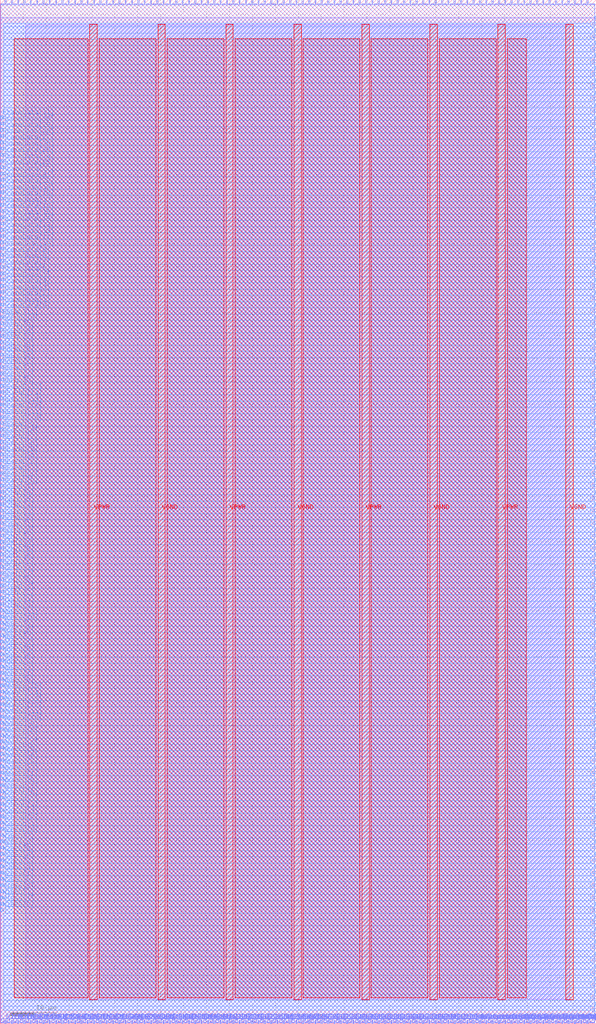
<source format=lef>
VERSION 5.7 ;
  NOWIREEXTENSIONATPIN ON ;
  DIVIDERCHAR "/" ;
  BUSBITCHARS "[]" ;
MACRO RAM_IO
  CLASS BLOCK ;
  FOREIGN RAM_IO ;
  ORIGIN 0.000 0.000 ;
  SIZE 130.000 BY 223.115 ;
  PIN Config_accessC_bit0
    DIRECTION OUTPUT TRISTATE ;
    USE SIGNAL ;
    ANTENNADIFFAREA 0.795200 ;
    PORT
      LAYER met3 ;
        RECT 129.200 46.280 130.000 46.880 ;
    END
  END Config_accessC_bit0
  PIN Config_accessC_bit1
    DIRECTION OUTPUT TRISTATE ;
    USE SIGNAL ;
    ANTENNADIFFAREA 0.795200 ;
    PORT
      LAYER met3 ;
        RECT 129.200 49.000 130.000 49.600 ;
    END
  END Config_accessC_bit1
  PIN Config_accessC_bit2
    DIRECTION OUTPUT TRISTATE ;
    USE SIGNAL ;
    ANTENNADIFFAREA 0.795200 ;
    PORT
      LAYER met3 ;
        RECT 129.200 51.720 130.000 52.320 ;
    END
  END Config_accessC_bit2
  PIN Config_accessC_bit3
    DIRECTION OUTPUT TRISTATE ;
    USE SIGNAL ;
    ANTENNADIFFAREA 0.795200 ;
    PORT
      LAYER met3 ;
        RECT 129.200 54.440 130.000 55.040 ;
    END
  END Config_accessC_bit3
  PIN E1END[0]
    DIRECTION INPUT ;
    USE SIGNAL ;
    ANTENNAGATEAREA 0.213000 ;
    PORT
      LAYER met3 ;
        RECT 0.000 89.800 0.800 90.400 ;
    END
  END E1END[0]
  PIN E1END[1]
    DIRECTION INPUT ;
    USE SIGNAL ;
    ANTENNAGATEAREA 0.213000 ;
    PORT
      LAYER met3 ;
        RECT 0.000 91.160 0.800 91.760 ;
    END
  END E1END[1]
  PIN E1END[2]
    DIRECTION INPUT ;
    USE SIGNAL ;
    ANTENNAGATEAREA 0.159000 ;
    PORT
      LAYER met3 ;
        RECT 0.000 92.520 0.800 93.120 ;
    END
  END E1END[2]
  PIN E1END[3]
    DIRECTION INPUT ;
    USE SIGNAL ;
    ANTENNAGATEAREA 0.159000 ;
    PORT
      LAYER met3 ;
        RECT 0.000 93.880 0.800 94.480 ;
    END
  END E1END[3]
  PIN E2END[0]
    DIRECTION INPUT ;
    USE SIGNAL ;
    ANTENNAGATEAREA 0.196500 ;
    PORT
      LAYER met3 ;
        RECT 0.000 106.120 0.800 106.720 ;
    END
  END E2END[0]
  PIN E2END[1]
    DIRECTION INPUT ;
    USE SIGNAL ;
    ANTENNAGATEAREA 0.196500 ;
    PORT
      LAYER met3 ;
        RECT 0.000 107.480 0.800 108.080 ;
    END
  END E2END[1]
  PIN E2END[2]
    DIRECTION INPUT ;
    USE SIGNAL ;
    ANTENNAGATEAREA 0.196500 ;
    PORT
      LAYER met3 ;
        RECT 0.000 108.840 0.800 109.440 ;
    END
  END E2END[2]
  PIN E2END[3]
    DIRECTION INPUT ;
    USE SIGNAL ;
    ANTENNAGATEAREA 0.196500 ;
    PORT
      LAYER met3 ;
        RECT 0.000 110.200 0.800 110.800 ;
    END
  END E2END[3]
  PIN E2END[4]
    DIRECTION INPUT ;
    USE SIGNAL ;
    ANTENNAGATEAREA 0.126000 ;
    PORT
      LAYER met3 ;
        RECT 0.000 111.560 0.800 112.160 ;
    END
  END E2END[4]
  PIN E2END[5]
    DIRECTION INPUT ;
    USE SIGNAL ;
    ANTENNAGATEAREA 0.196500 ;
    PORT
      LAYER met3 ;
        RECT 0.000 112.920 0.800 113.520 ;
    END
  END E2END[5]
  PIN E2END[6]
    DIRECTION INPUT ;
    USE SIGNAL ;
    ANTENNAGATEAREA 0.196500 ;
    PORT
      LAYER met3 ;
        RECT 0.000 114.280 0.800 114.880 ;
    END
  END E2END[6]
  PIN E2END[7]
    DIRECTION INPUT ;
    USE SIGNAL ;
    ANTENNAGATEAREA 0.196500 ;
    PORT
      LAYER met3 ;
        RECT 0.000 115.640 0.800 116.240 ;
    END
  END E2END[7]
  PIN E2MID[0]
    DIRECTION INPUT ;
    USE SIGNAL ;
    ANTENNAGATEAREA 0.196500 ;
    PORT
      LAYER met3 ;
        RECT 0.000 95.240 0.800 95.840 ;
    END
  END E2MID[0]
  PIN E2MID[1]
    DIRECTION INPUT ;
    USE SIGNAL ;
    ANTENNAGATEAREA 0.213000 ;
    PORT
      LAYER met3 ;
        RECT 0.000 96.600 0.800 97.200 ;
    END
  END E2MID[1]
  PIN E2MID[2]
    DIRECTION INPUT ;
    USE SIGNAL ;
    ANTENNAGATEAREA 0.196500 ;
    PORT
      LAYER met3 ;
        RECT 0.000 97.960 0.800 98.560 ;
    END
  END E2MID[2]
  PIN E2MID[3]
    DIRECTION INPUT ;
    USE SIGNAL ;
    ANTENNAGATEAREA 0.196500 ;
    PORT
      LAYER met3 ;
        RECT 0.000 99.320 0.800 99.920 ;
    END
  END E2MID[3]
  PIN E2MID[4]
    DIRECTION INPUT ;
    USE SIGNAL ;
    ANTENNAGATEAREA 0.213000 ;
    PORT
      LAYER met3 ;
        RECT 0.000 100.680 0.800 101.280 ;
    END
  END E2MID[4]
  PIN E2MID[5]
    DIRECTION INPUT ;
    USE SIGNAL ;
    ANTENNAGATEAREA 0.126000 ;
    PORT
      LAYER met3 ;
        RECT 0.000 102.040 0.800 102.640 ;
    END
  END E2MID[5]
  PIN E2MID[6]
    DIRECTION INPUT ;
    USE SIGNAL ;
    ANTENNAGATEAREA 0.196500 ;
    PORT
      LAYER met3 ;
        RECT 0.000 103.400 0.800 104.000 ;
    END
  END E2MID[6]
  PIN E2MID[7]
    DIRECTION INPUT ;
    USE SIGNAL ;
    ANTENNAGATEAREA 0.196500 ;
    PORT
      LAYER met3 ;
        RECT 0.000 104.760 0.800 105.360 ;
    END
  END E2MID[7]
  PIN E6END[0]
    DIRECTION INPUT ;
    USE SIGNAL ;
    ANTENNAGATEAREA 0.213000 ;
    PORT
      LAYER met3 ;
        RECT 0.000 138.760 0.800 139.360 ;
    END
  END E6END[0]
  PIN E6END[10]
    DIRECTION INPUT ;
    USE SIGNAL ;
    ANTENNAGATEAREA 0.196500 ;
    PORT
      LAYER met3 ;
        RECT 0.000 152.360 0.800 152.960 ;
    END
  END E6END[10]
  PIN E6END[11]
    DIRECTION INPUT ;
    USE SIGNAL ;
    ANTENNAGATEAREA 0.126000 ;
    PORT
      LAYER met3 ;
        RECT 0.000 153.720 0.800 154.320 ;
    END
  END E6END[11]
  PIN E6END[1]
    DIRECTION INPUT ;
    USE SIGNAL ;
    ANTENNAGATEAREA 0.213000 ;
    PORT
      LAYER met3 ;
        RECT 0.000 140.120 0.800 140.720 ;
    END
  END E6END[1]
  PIN E6END[2]
    DIRECTION INPUT ;
    USE SIGNAL ;
    ANTENNAGATEAREA 0.213000 ;
    PORT
      LAYER met3 ;
        RECT 0.000 141.480 0.800 142.080 ;
    END
  END E6END[2]
  PIN E6END[3]
    DIRECTION INPUT ;
    USE SIGNAL ;
    ANTENNAGATEAREA 0.213000 ;
    PORT
      LAYER met3 ;
        RECT 0.000 142.840 0.800 143.440 ;
    END
  END E6END[3]
  PIN E6END[4]
    DIRECTION INPUT ;
    USE SIGNAL ;
    ANTENNAGATEAREA 0.196500 ;
    PORT
      LAYER met3 ;
        RECT 0.000 144.200 0.800 144.800 ;
    END
  END E6END[4]
  PIN E6END[5]
    DIRECTION INPUT ;
    USE SIGNAL ;
    ANTENNAGATEAREA 0.196500 ;
    PORT
      LAYER met3 ;
        RECT 0.000 145.560 0.800 146.160 ;
    END
  END E6END[5]
  PIN E6END[6]
    DIRECTION INPUT ;
    USE SIGNAL ;
    ANTENNAGATEAREA 0.126000 ;
    PORT
      LAYER met3 ;
        RECT 0.000 146.920 0.800 147.520 ;
    END
  END E6END[6]
  PIN E6END[7]
    DIRECTION INPUT ;
    USE SIGNAL ;
    ANTENNAGATEAREA 0.213000 ;
    PORT
      LAYER met3 ;
        RECT 0.000 148.280 0.800 148.880 ;
    END
  END E6END[7]
  PIN E6END[8]
    DIRECTION INPUT ;
    USE SIGNAL ;
    ANTENNAGATEAREA 0.213000 ;
    PORT
      LAYER met3 ;
        RECT 0.000 149.640 0.800 150.240 ;
    END
  END E6END[8]
  PIN E6END[9]
    DIRECTION INPUT ;
    USE SIGNAL ;
    ANTENNAGATEAREA 0.196500 ;
    PORT
      LAYER met3 ;
        RECT 0.000 151.000 0.800 151.600 ;
    END
  END E6END[9]
  PIN EE4END[0]
    DIRECTION INPUT ;
    USE SIGNAL ;
    ANTENNAGATEAREA 0.196500 ;
    PORT
      LAYER met3 ;
        RECT 0.000 117.000 0.800 117.600 ;
    END
  END EE4END[0]
  PIN EE4END[10]
    DIRECTION INPUT ;
    USE SIGNAL ;
    ANTENNAGATEAREA 0.196500 ;
    PORT
      LAYER met3 ;
        RECT 0.000 130.600 0.800 131.200 ;
    END
  END EE4END[10]
  PIN EE4END[11]
    DIRECTION INPUT ;
    USE SIGNAL ;
    ANTENNAGATEAREA 0.196500 ;
    PORT
      LAYER met3 ;
        RECT 0.000 131.960 0.800 132.560 ;
    END
  END EE4END[11]
  PIN EE4END[12]
    DIRECTION INPUT ;
    USE SIGNAL ;
    ANTENNAGATEAREA 0.196500 ;
    PORT
      LAYER met3 ;
        RECT 0.000 133.320 0.800 133.920 ;
    END
  END EE4END[12]
  PIN EE4END[13]
    DIRECTION INPUT ;
    USE SIGNAL ;
    ANTENNAGATEAREA 0.196500 ;
    PORT
      LAYER met3 ;
        RECT 0.000 134.680 0.800 135.280 ;
    END
  END EE4END[13]
  PIN EE4END[14]
    DIRECTION INPUT ;
    USE SIGNAL ;
    ANTENNAGATEAREA 0.196500 ;
    PORT
      LAYER met3 ;
        RECT 0.000 136.040 0.800 136.640 ;
    END
  END EE4END[14]
  PIN EE4END[15]
    DIRECTION INPUT ;
    USE SIGNAL ;
    ANTENNAGATEAREA 0.196500 ;
    PORT
      LAYER met3 ;
        RECT 0.000 137.400 0.800 138.000 ;
    END
  END EE4END[15]
  PIN EE4END[1]
    DIRECTION INPUT ;
    USE SIGNAL ;
    ANTENNAGATEAREA 0.196500 ;
    PORT
      LAYER met3 ;
        RECT 0.000 118.360 0.800 118.960 ;
    END
  END EE4END[1]
  PIN EE4END[2]
    DIRECTION INPUT ;
    USE SIGNAL ;
    ANTENNAGATEAREA 0.196500 ;
    PORT
      LAYER met3 ;
        RECT 0.000 119.720 0.800 120.320 ;
    END
  END EE4END[2]
  PIN EE4END[3]
    DIRECTION INPUT ;
    USE SIGNAL ;
    ANTENNAGATEAREA 0.196500 ;
    PORT
      LAYER met3 ;
        RECT 0.000 121.080 0.800 121.680 ;
    END
  END EE4END[3]
  PIN EE4END[4]
    DIRECTION INPUT ;
    USE SIGNAL ;
    ANTENNAGATEAREA 0.196500 ;
    PORT
      LAYER met3 ;
        RECT 0.000 122.440 0.800 123.040 ;
    END
  END EE4END[4]
  PIN EE4END[5]
    DIRECTION INPUT ;
    USE SIGNAL ;
    ANTENNAGATEAREA 0.196500 ;
    PORT
      LAYER met3 ;
        RECT 0.000 123.800 0.800 124.400 ;
    END
  END EE4END[5]
  PIN EE4END[6]
    DIRECTION INPUT ;
    USE SIGNAL ;
    ANTENNAGATEAREA 0.196500 ;
    PORT
      LAYER met3 ;
        RECT 0.000 125.160 0.800 125.760 ;
    END
  END EE4END[6]
  PIN EE4END[7]
    DIRECTION INPUT ;
    USE SIGNAL ;
    ANTENNAGATEAREA 0.196500 ;
    PORT
      LAYER met3 ;
        RECT 0.000 126.520 0.800 127.120 ;
    END
  END EE4END[7]
  PIN EE4END[8]
    DIRECTION INPUT ;
    USE SIGNAL ;
    ANTENNAGATEAREA 0.196500 ;
    PORT
      LAYER met3 ;
        RECT 0.000 127.880 0.800 128.480 ;
    END
  END EE4END[8]
  PIN EE4END[9]
    DIRECTION INPUT ;
    USE SIGNAL ;
    ANTENNAGATEAREA 0.196500 ;
    PORT
      LAYER met3 ;
        RECT 0.000 129.240 0.800 129.840 ;
    END
  END EE4END[9]
  PIN FAB2RAM_A0_O0
    DIRECTION OUTPUT TRISTATE ;
    USE SIGNAL ;
    ANTENNADIFFAREA 0.445500 ;
    PORT
      LAYER met3 ;
        RECT 129.200 78.920 130.000 79.520 ;
    END
  END FAB2RAM_A0_O0
  PIN FAB2RAM_A0_O1
    DIRECTION OUTPUT TRISTATE ;
    USE SIGNAL ;
    ANTENNADIFFAREA 0.795200 ;
    PORT
      LAYER met3 ;
        RECT 129.200 81.640 130.000 82.240 ;
    END
  END FAB2RAM_A0_O1
  PIN FAB2RAM_A0_O2
    DIRECTION OUTPUT TRISTATE ;
    USE SIGNAL ;
    ANTENNADIFFAREA 0.795200 ;
    PORT
      LAYER met3 ;
        RECT 129.200 84.360 130.000 84.960 ;
    END
  END FAB2RAM_A0_O2
  PIN FAB2RAM_A0_O3
    DIRECTION OUTPUT TRISTATE ;
    USE SIGNAL ;
    ANTENNADIFFAREA 0.445500 ;
    PORT
      LAYER met3 ;
        RECT 129.200 87.080 130.000 87.680 ;
    END
  END FAB2RAM_A0_O3
  PIN FAB2RAM_A1_O0
    DIRECTION OUTPUT TRISTATE ;
    USE SIGNAL ;
    ANTENNADIFFAREA 0.795200 ;
    PORT
      LAYER met3 ;
        RECT 129.200 68.040 130.000 68.640 ;
    END
  END FAB2RAM_A1_O0
  PIN FAB2RAM_A1_O1
    DIRECTION OUTPUT TRISTATE ;
    USE SIGNAL ;
    ANTENNADIFFAREA 0.445500 ;
    PORT
      LAYER met3 ;
        RECT 129.200 70.760 130.000 71.360 ;
    END
  END FAB2RAM_A1_O1
  PIN FAB2RAM_A1_O2
    DIRECTION OUTPUT TRISTATE ;
    USE SIGNAL ;
    ANTENNADIFFAREA 0.795200 ;
    PORT
      LAYER met3 ;
        RECT 129.200 73.480 130.000 74.080 ;
    END
  END FAB2RAM_A1_O2
  PIN FAB2RAM_A1_O3
    DIRECTION OUTPUT TRISTATE ;
    USE SIGNAL ;
    ANTENNADIFFAREA 0.795200 ;
    PORT
      LAYER met3 ;
        RECT 129.200 76.200 130.000 76.800 ;
    END
  END FAB2RAM_A1_O3
  PIN FAB2RAM_C_O0
    DIRECTION OUTPUT TRISTATE ;
    USE SIGNAL ;
    ANTENNADIFFAREA 0.445500 ;
    PORT
      LAYER met3 ;
        RECT 129.200 57.160 130.000 57.760 ;
    END
  END FAB2RAM_C_O0
  PIN FAB2RAM_C_O1
    DIRECTION OUTPUT TRISTATE ;
    USE SIGNAL ;
    ANTENNADIFFAREA 0.445500 ;
    PORT
      LAYER met3 ;
        RECT 129.200 59.880 130.000 60.480 ;
    END
  END FAB2RAM_C_O1
  PIN FAB2RAM_C_O2
    DIRECTION OUTPUT TRISTATE ;
    USE SIGNAL ;
    ANTENNADIFFAREA 0.795200 ;
    PORT
      LAYER met3 ;
        RECT 129.200 62.600 130.000 63.200 ;
    END
  END FAB2RAM_C_O2
  PIN FAB2RAM_C_O3
    DIRECTION OUTPUT TRISTATE ;
    USE SIGNAL ;
    ANTENNADIFFAREA 0.445500 ;
    PORT
      LAYER met3 ;
        RECT 129.200 65.320 130.000 65.920 ;
    END
  END FAB2RAM_C_O3
  PIN FAB2RAM_D0_O0
    DIRECTION OUTPUT TRISTATE ;
    USE SIGNAL ;
    ANTENNADIFFAREA 0.795200 ;
    PORT
      LAYER met3 ;
        RECT 129.200 122.440 130.000 123.040 ;
    END
  END FAB2RAM_D0_O0
  PIN FAB2RAM_D0_O1
    DIRECTION OUTPUT TRISTATE ;
    USE SIGNAL ;
    ANTENNADIFFAREA 0.795200 ;
    PORT
      LAYER met3 ;
        RECT 129.200 125.160 130.000 125.760 ;
    END
  END FAB2RAM_D0_O1
  PIN FAB2RAM_D0_O2
    DIRECTION OUTPUT TRISTATE ;
    USE SIGNAL ;
    ANTENNADIFFAREA 0.795200 ;
    PORT
      LAYER met3 ;
        RECT 129.200 127.880 130.000 128.480 ;
    END
  END FAB2RAM_D0_O2
  PIN FAB2RAM_D0_O3
    DIRECTION OUTPUT TRISTATE ;
    USE SIGNAL ;
    ANTENNADIFFAREA 0.795200 ;
    PORT
      LAYER met3 ;
        RECT 129.200 130.600 130.000 131.200 ;
    END
  END FAB2RAM_D0_O3
  PIN FAB2RAM_D1_O0
    DIRECTION OUTPUT TRISTATE ;
    USE SIGNAL ;
    ANTENNADIFFAREA 0.795200 ;
    PORT
      LAYER met3 ;
        RECT 129.200 111.560 130.000 112.160 ;
    END
  END FAB2RAM_D1_O0
  PIN FAB2RAM_D1_O1
    DIRECTION OUTPUT TRISTATE ;
    USE SIGNAL ;
    ANTENNADIFFAREA 0.445500 ;
    PORT
      LAYER met3 ;
        RECT 129.200 114.280 130.000 114.880 ;
    END
  END FAB2RAM_D1_O1
  PIN FAB2RAM_D1_O2
    DIRECTION OUTPUT TRISTATE ;
    USE SIGNAL ;
    ANTENNADIFFAREA 0.795200 ;
    PORT
      LAYER met3 ;
        RECT 129.200 117.000 130.000 117.600 ;
    END
  END FAB2RAM_D1_O2
  PIN FAB2RAM_D1_O3
    DIRECTION OUTPUT TRISTATE ;
    USE SIGNAL ;
    ANTENNADIFFAREA 0.445500 ;
    PORT
      LAYER met3 ;
        RECT 129.200 119.720 130.000 120.320 ;
    END
  END FAB2RAM_D1_O3
  PIN FAB2RAM_D2_O0
    DIRECTION OUTPUT TRISTATE ;
    USE SIGNAL ;
    ANTENNADIFFAREA 0.795200 ;
    PORT
      LAYER met3 ;
        RECT 129.200 100.680 130.000 101.280 ;
    END
  END FAB2RAM_D2_O0
  PIN FAB2RAM_D2_O1
    DIRECTION OUTPUT TRISTATE ;
    USE SIGNAL ;
    ANTENNADIFFAREA 0.795200 ;
    PORT
      LAYER met3 ;
        RECT 129.200 103.400 130.000 104.000 ;
    END
  END FAB2RAM_D2_O1
  PIN FAB2RAM_D2_O2
    DIRECTION OUTPUT TRISTATE ;
    USE SIGNAL ;
    ANTENNADIFFAREA 0.445500 ;
    PORT
      LAYER met3 ;
        RECT 129.200 106.120 130.000 106.720 ;
    END
  END FAB2RAM_D2_O2
  PIN FAB2RAM_D2_O3
    DIRECTION OUTPUT TRISTATE ;
    USE SIGNAL ;
    ANTENNADIFFAREA 0.795200 ;
    PORT
      LAYER met3 ;
        RECT 129.200 108.840 130.000 109.440 ;
    END
  END FAB2RAM_D2_O3
  PIN FAB2RAM_D3_O0
    DIRECTION OUTPUT TRISTATE ;
    USE SIGNAL ;
    ANTENNADIFFAREA 0.795200 ;
    PORT
      LAYER met3 ;
        RECT 129.200 89.800 130.000 90.400 ;
    END
  END FAB2RAM_D3_O0
  PIN FAB2RAM_D3_O1
    DIRECTION OUTPUT TRISTATE ;
    USE SIGNAL ;
    ANTENNADIFFAREA 0.445500 ;
    PORT
      LAYER met3 ;
        RECT 129.200 92.520 130.000 93.120 ;
    END
  END FAB2RAM_D3_O1
  PIN FAB2RAM_D3_O2
    DIRECTION OUTPUT TRISTATE ;
    USE SIGNAL ;
    ANTENNADIFFAREA 0.795200 ;
    PORT
      LAYER met3 ;
        RECT 129.200 95.240 130.000 95.840 ;
    END
  END FAB2RAM_D3_O2
  PIN FAB2RAM_D3_O3
    DIRECTION OUTPUT TRISTATE ;
    USE SIGNAL ;
    ANTENNADIFFAREA 0.795200 ;
    PORT
      LAYER met3 ;
        RECT 129.200 97.960 130.000 98.560 ;
    END
  END FAB2RAM_D3_O3
  PIN FrameData[0]
    DIRECTION INPUT ;
    USE SIGNAL ;
    ANTENNAGATEAREA 0.247500 ;
    PORT
      LAYER met3 ;
        RECT 0.000 155.080 0.800 155.680 ;
    END
  END FrameData[0]
  PIN FrameData[10]
    DIRECTION INPUT ;
    USE SIGNAL ;
    ANTENNAGATEAREA 0.247500 ;
    PORT
      LAYER met3 ;
        RECT 0.000 168.680 0.800 169.280 ;
    END
  END FrameData[10]
  PIN FrameData[11]
    DIRECTION INPUT ;
    USE SIGNAL ;
    ANTENNAGATEAREA 0.247500 ;
    PORT
      LAYER met3 ;
        RECT 0.000 170.040 0.800 170.640 ;
    END
  END FrameData[11]
  PIN FrameData[12]
    DIRECTION INPUT ;
    USE SIGNAL ;
    ANTENNAGATEAREA 0.247500 ;
    PORT
      LAYER met3 ;
        RECT 0.000 171.400 0.800 172.000 ;
    END
  END FrameData[12]
  PIN FrameData[13]
    DIRECTION INPUT ;
    USE SIGNAL ;
    ANTENNAGATEAREA 0.247500 ;
    PORT
      LAYER met3 ;
        RECT 0.000 172.760 0.800 173.360 ;
    END
  END FrameData[13]
  PIN FrameData[14]
    DIRECTION INPUT ;
    USE SIGNAL ;
    ANTENNAGATEAREA 0.247500 ;
    PORT
      LAYER met3 ;
        RECT 0.000 174.120 0.800 174.720 ;
    END
  END FrameData[14]
  PIN FrameData[15]
    DIRECTION INPUT ;
    USE SIGNAL ;
    ANTENNAGATEAREA 0.247500 ;
    PORT
      LAYER met3 ;
        RECT 0.000 175.480 0.800 176.080 ;
    END
  END FrameData[15]
  PIN FrameData[16]
    DIRECTION INPUT ;
    USE SIGNAL ;
    ANTENNAGATEAREA 0.247500 ;
    PORT
      LAYER met3 ;
        RECT 0.000 176.840 0.800 177.440 ;
    END
  END FrameData[16]
  PIN FrameData[17]
    DIRECTION INPUT ;
    USE SIGNAL ;
    ANTENNAGATEAREA 0.247500 ;
    PORT
      LAYER met3 ;
        RECT 0.000 178.200 0.800 178.800 ;
    END
  END FrameData[17]
  PIN FrameData[18]
    DIRECTION INPUT ;
    USE SIGNAL ;
    ANTENNAGATEAREA 0.213000 ;
    PORT
      LAYER met3 ;
        RECT 0.000 179.560 0.800 180.160 ;
    END
  END FrameData[18]
  PIN FrameData[19]
    DIRECTION INPUT ;
    USE SIGNAL ;
    ANTENNAGATEAREA 0.213000 ;
    PORT
      LAYER met3 ;
        RECT 0.000 180.920 0.800 181.520 ;
    END
  END FrameData[19]
  PIN FrameData[1]
    DIRECTION INPUT ;
    USE SIGNAL ;
    ANTENNAGATEAREA 0.247500 ;
    PORT
      LAYER met3 ;
        RECT 0.000 156.440 0.800 157.040 ;
    END
  END FrameData[1]
  PIN FrameData[20]
    DIRECTION INPUT ;
    USE SIGNAL ;
    ANTENNAGATEAREA 0.247500 ;
    PORT
      LAYER met3 ;
        RECT 0.000 182.280 0.800 182.880 ;
    END
  END FrameData[20]
  PIN FrameData[21]
    DIRECTION INPUT ;
    USE SIGNAL ;
    ANTENNAGATEAREA 0.247500 ;
    PORT
      LAYER met3 ;
        RECT 0.000 183.640 0.800 184.240 ;
    END
  END FrameData[21]
  PIN FrameData[22]
    DIRECTION INPUT ;
    USE SIGNAL ;
    ANTENNAGATEAREA 0.247500 ;
    PORT
      LAYER met3 ;
        RECT 0.000 185.000 0.800 185.600 ;
    END
  END FrameData[22]
  PIN FrameData[23]
    DIRECTION INPUT ;
    USE SIGNAL ;
    ANTENNAGATEAREA 0.247500 ;
    PORT
      LAYER met3 ;
        RECT 0.000 186.360 0.800 186.960 ;
    END
  END FrameData[23]
  PIN FrameData[24]
    DIRECTION INPUT ;
    USE SIGNAL ;
    ANTENNAGATEAREA 0.247500 ;
    PORT
      LAYER met3 ;
        RECT 0.000 187.720 0.800 188.320 ;
    END
  END FrameData[24]
  PIN FrameData[25]
    DIRECTION INPUT ;
    USE SIGNAL ;
    ANTENNAGATEAREA 0.426000 ;
    PORT
      LAYER met3 ;
        RECT 0.000 189.080 0.800 189.680 ;
    END
  END FrameData[25]
  PIN FrameData[26]
    DIRECTION INPUT ;
    USE SIGNAL ;
    ANTENNAGATEAREA 0.426000 ;
    PORT
      LAYER met3 ;
        RECT 0.000 190.440 0.800 191.040 ;
    END
  END FrameData[26]
  PIN FrameData[27]
    DIRECTION INPUT ;
    USE SIGNAL ;
    ANTENNAGATEAREA 0.426000 ;
    PORT
      LAYER met3 ;
        RECT 0.000 191.800 0.800 192.400 ;
    END
  END FrameData[27]
  PIN FrameData[28]
    DIRECTION INPUT ;
    USE SIGNAL ;
    ANTENNAGATEAREA 0.247500 ;
    PORT
      LAYER met3 ;
        RECT 0.000 193.160 0.800 193.760 ;
    END
  END FrameData[28]
  PIN FrameData[29]
    DIRECTION INPUT ;
    USE SIGNAL ;
    ANTENNAGATEAREA 0.426000 ;
    PORT
      LAYER met3 ;
        RECT 0.000 194.520 0.800 195.120 ;
    END
  END FrameData[29]
  PIN FrameData[2]
    DIRECTION INPUT ;
    USE SIGNAL ;
    ANTENNAGATEAREA 0.247500 ;
    PORT
      LAYER met3 ;
        RECT 0.000 157.800 0.800 158.400 ;
    END
  END FrameData[2]
  PIN FrameData[30]
    DIRECTION INPUT ;
    USE SIGNAL ;
    ANTENNAGATEAREA 0.426000 ;
    PORT
      LAYER met3 ;
        RECT 0.000 195.880 0.800 196.480 ;
    END
  END FrameData[30]
  PIN FrameData[31]
    DIRECTION INPUT ;
    USE SIGNAL ;
    ANTENNAGATEAREA 0.426000 ;
    PORT
      LAYER met3 ;
        RECT 0.000 197.240 0.800 197.840 ;
    END
  END FrameData[31]
  PIN FrameData[3]
    DIRECTION INPUT ;
    USE SIGNAL ;
    ANTENNAGATEAREA 0.247500 ;
    PORT
      LAYER met3 ;
        RECT 0.000 159.160 0.800 159.760 ;
    END
  END FrameData[3]
  PIN FrameData[4]
    DIRECTION INPUT ;
    USE SIGNAL ;
    ANTENNAGATEAREA 0.426000 ;
    PORT
      LAYER met3 ;
        RECT 0.000 160.520 0.800 161.120 ;
    END
  END FrameData[4]
  PIN FrameData[5]
    DIRECTION INPUT ;
    USE SIGNAL ;
    ANTENNAGATEAREA 0.247500 ;
    PORT
      LAYER met3 ;
        RECT 0.000 161.880 0.800 162.480 ;
    END
  END FrameData[5]
  PIN FrameData[6]
    DIRECTION INPUT ;
    USE SIGNAL ;
    ANTENNAGATEAREA 0.247500 ;
    PORT
      LAYER met3 ;
        RECT 0.000 163.240 0.800 163.840 ;
    END
  END FrameData[6]
  PIN FrameData[7]
    DIRECTION INPUT ;
    USE SIGNAL ;
    ANTENNAGATEAREA 0.426000 ;
    PORT
      LAYER met3 ;
        RECT 0.000 164.600 0.800 165.200 ;
    END
  END FrameData[7]
  PIN FrameData[8]
    DIRECTION INPUT ;
    USE SIGNAL ;
    ANTENNAGATEAREA 0.247500 ;
    PORT
      LAYER met3 ;
        RECT 0.000 165.960 0.800 166.560 ;
    END
  END FrameData[8]
  PIN FrameData[9]
    DIRECTION INPUT ;
    USE SIGNAL ;
    ANTENNAGATEAREA 0.247500 ;
    PORT
      LAYER met3 ;
        RECT 0.000 167.320 0.800 167.920 ;
    END
  END FrameData[9]
  PIN FrameData_O[0]
    DIRECTION OUTPUT TRISTATE ;
    USE SIGNAL ;
    ANTENNADIFFAREA 0.445500 ;
    PORT
      LAYER met3 ;
        RECT 129.200 133.320 130.000 133.920 ;
    END
  END FrameData_O[0]
  PIN FrameData_O[10]
    DIRECTION OUTPUT TRISTATE ;
    USE SIGNAL ;
    ANTENNADIFFAREA 0.445500 ;
    PORT
      LAYER met3 ;
        RECT 129.200 160.520 130.000 161.120 ;
    END
  END FrameData_O[10]
  PIN FrameData_O[11]
    DIRECTION OUTPUT TRISTATE ;
    USE SIGNAL ;
    ANTENNADIFFAREA 0.445500 ;
    PORT
      LAYER met3 ;
        RECT 129.200 163.240 130.000 163.840 ;
    END
  END FrameData_O[11]
  PIN FrameData_O[12]
    DIRECTION OUTPUT TRISTATE ;
    USE SIGNAL ;
    ANTENNADIFFAREA 0.795200 ;
    PORT
      LAYER met3 ;
        RECT 129.200 165.960 130.000 166.560 ;
    END
  END FrameData_O[12]
  PIN FrameData_O[13]
    DIRECTION OUTPUT TRISTATE ;
    USE SIGNAL ;
    ANTENNADIFFAREA 0.445500 ;
    PORT
      LAYER met3 ;
        RECT 129.200 168.680 130.000 169.280 ;
    END
  END FrameData_O[13]
  PIN FrameData_O[14]
    DIRECTION OUTPUT TRISTATE ;
    USE SIGNAL ;
    ANTENNADIFFAREA 0.795200 ;
    PORT
      LAYER met3 ;
        RECT 129.200 171.400 130.000 172.000 ;
    END
  END FrameData_O[14]
  PIN FrameData_O[15]
    DIRECTION OUTPUT TRISTATE ;
    USE SIGNAL ;
    ANTENNADIFFAREA 0.445500 ;
    PORT
      LAYER met3 ;
        RECT 129.200 174.120 130.000 174.720 ;
    END
  END FrameData_O[15]
  PIN FrameData_O[16]
    DIRECTION OUTPUT TRISTATE ;
    USE SIGNAL ;
    ANTENNADIFFAREA 0.795200 ;
    PORT
      LAYER met3 ;
        RECT 129.200 176.840 130.000 177.440 ;
    END
  END FrameData_O[16]
  PIN FrameData_O[17]
    DIRECTION OUTPUT TRISTATE ;
    USE SIGNAL ;
    ANTENNADIFFAREA 0.795200 ;
    PORT
      LAYER met3 ;
        RECT 129.200 179.560 130.000 180.160 ;
    END
  END FrameData_O[17]
  PIN FrameData_O[18]
    DIRECTION OUTPUT TRISTATE ;
    USE SIGNAL ;
    ANTENNADIFFAREA 0.445500 ;
    PORT
      LAYER met3 ;
        RECT 129.200 182.280 130.000 182.880 ;
    END
  END FrameData_O[18]
  PIN FrameData_O[19]
    DIRECTION OUTPUT TRISTATE ;
    USE SIGNAL ;
    ANTENNADIFFAREA 0.795200 ;
    PORT
      LAYER met3 ;
        RECT 129.200 185.000 130.000 185.600 ;
    END
  END FrameData_O[19]
  PIN FrameData_O[1]
    DIRECTION OUTPUT TRISTATE ;
    USE SIGNAL ;
    ANTENNADIFFAREA 0.445500 ;
    PORT
      LAYER met3 ;
        RECT 129.200 136.040 130.000 136.640 ;
    END
  END FrameData_O[1]
  PIN FrameData_O[20]
    DIRECTION OUTPUT TRISTATE ;
    USE SIGNAL ;
    ANTENNADIFFAREA 0.445500 ;
    PORT
      LAYER met3 ;
        RECT 129.200 187.720 130.000 188.320 ;
    END
  END FrameData_O[20]
  PIN FrameData_O[21]
    DIRECTION OUTPUT TRISTATE ;
    USE SIGNAL ;
    ANTENNADIFFAREA 0.445500 ;
    PORT
      LAYER met3 ;
        RECT 129.200 190.440 130.000 191.040 ;
    END
  END FrameData_O[21]
  PIN FrameData_O[22]
    DIRECTION OUTPUT TRISTATE ;
    USE SIGNAL ;
    ANTENNADIFFAREA 0.795200 ;
    PORT
      LAYER met3 ;
        RECT 129.200 193.160 130.000 193.760 ;
    END
  END FrameData_O[22]
  PIN FrameData_O[23]
    DIRECTION OUTPUT TRISTATE ;
    USE SIGNAL ;
    ANTENNADIFFAREA 0.445500 ;
    PORT
      LAYER met3 ;
        RECT 129.200 195.880 130.000 196.480 ;
    END
  END FrameData_O[23]
  PIN FrameData_O[24]
    DIRECTION OUTPUT TRISTATE ;
    USE SIGNAL ;
    ANTENNADIFFAREA 0.795200 ;
    PORT
      LAYER met3 ;
        RECT 129.200 198.600 130.000 199.200 ;
    END
  END FrameData_O[24]
  PIN FrameData_O[25]
    DIRECTION OUTPUT TRISTATE ;
    USE SIGNAL ;
    ANTENNADIFFAREA 0.795200 ;
    PORT
      LAYER met3 ;
        RECT 129.200 201.320 130.000 201.920 ;
    END
  END FrameData_O[25]
  PIN FrameData_O[26]
    DIRECTION OUTPUT TRISTATE ;
    USE SIGNAL ;
    ANTENNADIFFAREA 0.795200 ;
    PORT
      LAYER met3 ;
        RECT 129.200 204.040 130.000 204.640 ;
    END
  END FrameData_O[26]
  PIN FrameData_O[27]
    DIRECTION OUTPUT TRISTATE ;
    USE SIGNAL ;
    ANTENNADIFFAREA 0.795200 ;
    PORT
      LAYER met3 ;
        RECT 129.200 206.760 130.000 207.360 ;
    END
  END FrameData_O[27]
  PIN FrameData_O[28]
    DIRECTION OUTPUT TRISTATE ;
    USE SIGNAL ;
    ANTENNADIFFAREA 0.445500 ;
    PORT
      LAYER met3 ;
        RECT 129.200 209.480 130.000 210.080 ;
    END
  END FrameData_O[28]
  PIN FrameData_O[29]
    DIRECTION OUTPUT TRISTATE ;
    USE SIGNAL ;
    ANTENNADIFFAREA 0.795200 ;
    PORT
      LAYER met3 ;
        RECT 129.200 212.200 130.000 212.800 ;
    END
  END FrameData_O[29]
  PIN FrameData_O[2]
    DIRECTION OUTPUT TRISTATE ;
    USE SIGNAL ;
    ANTENNADIFFAREA 0.795200 ;
    PORT
      LAYER met3 ;
        RECT 129.200 138.760 130.000 139.360 ;
    END
  END FrameData_O[2]
  PIN FrameData_O[30]
    DIRECTION OUTPUT TRISTATE ;
    USE SIGNAL ;
    ANTENNADIFFAREA 0.795200 ;
    PORT
      LAYER met3 ;
        RECT 129.200 214.920 130.000 215.520 ;
    END
  END FrameData_O[30]
  PIN FrameData_O[31]
    DIRECTION OUTPUT TRISTATE ;
    USE SIGNAL ;
    ANTENNADIFFAREA 0.795200 ;
    PORT
      LAYER met3 ;
        RECT 129.200 217.640 130.000 218.240 ;
    END
  END FrameData_O[31]
  PIN FrameData_O[3]
    DIRECTION OUTPUT TRISTATE ;
    USE SIGNAL ;
    ANTENNADIFFAREA 0.445500 ;
    PORT
      LAYER met3 ;
        RECT 129.200 141.480 130.000 142.080 ;
    END
  END FrameData_O[3]
  PIN FrameData_O[4]
    DIRECTION OUTPUT TRISTATE ;
    USE SIGNAL ;
    ANTENNADIFFAREA 0.795200 ;
    PORT
      LAYER met3 ;
        RECT 129.200 144.200 130.000 144.800 ;
    END
  END FrameData_O[4]
  PIN FrameData_O[5]
    DIRECTION OUTPUT TRISTATE ;
    USE SIGNAL ;
    ANTENNADIFFAREA 0.445500 ;
    PORT
      LAYER met3 ;
        RECT 129.200 146.920 130.000 147.520 ;
    END
  END FrameData_O[5]
  PIN FrameData_O[6]
    DIRECTION OUTPUT TRISTATE ;
    USE SIGNAL ;
    ANTENNADIFFAREA 0.795200 ;
    PORT
      LAYER met3 ;
        RECT 129.200 149.640 130.000 150.240 ;
    END
  END FrameData_O[6]
  PIN FrameData_O[7]
    DIRECTION OUTPUT TRISTATE ;
    USE SIGNAL ;
    ANTENNADIFFAREA 0.795200 ;
    PORT
      LAYER met3 ;
        RECT 129.200 152.360 130.000 152.960 ;
    END
  END FrameData_O[7]
  PIN FrameData_O[8]
    DIRECTION OUTPUT TRISTATE ;
    USE SIGNAL ;
    ANTENNADIFFAREA 0.445500 ;
    PORT
      LAYER met3 ;
        RECT 129.200 155.080 130.000 155.680 ;
    END
  END FrameData_O[8]
  PIN FrameData_O[9]
    DIRECTION OUTPUT TRISTATE ;
    USE SIGNAL ;
    ANTENNADIFFAREA 0.795200 ;
    PORT
      LAYER met3 ;
        RECT 129.200 157.800 130.000 158.400 ;
    END
  END FrameData_O[9]
  PIN FrameStrobe[0]
    DIRECTION INPUT ;
    USE SIGNAL ;
    ANTENNAGATEAREA 0.742500 ;
    PORT
      LAYER met2 ;
        RECT 101.750 0.000 102.030 0.800 ;
    END
  END FrameStrobe[0]
  PIN FrameStrobe[10]
    DIRECTION INPUT ;
    USE SIGNAL ;
    ANTENNAGATEAREA 0.159000 ;
    PORT
      LAYER met2 ;
        RECT 115.550 0.000 115.830 0.800 ;
    END
  END FrameStrobe[10]
  PIN FrameStrobe[11]
    DIRECTION INPUT ;
    USE SIGNAL ;
    ANTENNAGATEAREA 0.196500 ;
    PORT
      LAYER met2 ;
        RECT 116.930 0.000 117.210 0.800 ;
    END
  END FrameStrobe[11]
  PIN FrameStrobe[12]
    DIRECTION INPUT ;
    USE SIGNAL ;
    ANTENNAGATEAREA 0.213000 ;
    PORT
      LAYER met2 ;
        RECT 118.310 0.000 118.590 0.800 ;
    END
  END FrameStrobe[12]
  PIN FrameStrobe[13]
    DIRECTION INPUT ;
    USE SIGNAL ;
    ANTENNAGATEAREA 0.196500 ;
    PORT
      LAYER met2 ;
        RECT 119.690 0.000 119.970 0.800 ;
    END
  END FrameStrobe[13]
  PIN FrameStrobe[14]
    DIRECTION INPUT ;
    USE SIGNAL ;
    ANTENNAGATEAREA 0.196500 ;
    PORT
      LAYER met2 ;
        RECT 121.070 0.000 121.350 0.800 ;
    END
  END FrameStrobe[14]
  PIN FrameStrobe[15]
    DIRECTION INPUT ;
    USE SIGNAL ;
    ANTENNAGATEAREA 0.126000 ;
    PORT
      LAYER met2 ;
        RECT 122.450 0.000 122.730 0.800 ;
    END
  END FrameStrobe[15]
  PIN FrameStrobe[16]
    DIRECTION INPUT ;
    USE SIGNAL ;
    ANTENNAGATEAREA 0.213000 ;
    PORT
      LAYER met2 ;
        RECT 123.830 0.000 124.110 0.800 ;
    END
  END FrameStrobe[16]
  PIN FrameStrobe[17]
    DIRECTION INPUT ;
    USE SIGNAL ;
    ANTENNAGATEAREA 0.126000 ;
    PORT
      LAYER met2 ;
        RECT 125.210 0.000 125.490 0.800 ;
    END
  END FrameStrobe[17]
  PIN FrameStrobe[18]
    DIRECTION INPUT ;
    USE SIGNAL ;
    ANTENNAGATEAREA 0.126000 ;
    PORT
      LAYER met2 ;
        RECT 126.590 0.000 126.870 0.800 ;
    END
  END FrameStrobe[18]
  PIN FrameStrobe[19]
    DIRECTION INPUT ;
    USE SIGNAL ;
    ANTENNAGATEAREA 0.213000 ;
    PORT
      LAYER met2 ;
        RECT 127.970 0.000 128.250 0.800 ;
    END
  END FrameStrobe[19]
  PIN FrameStrobe[1]
    DIRECTION INPUT ;
    USE SIGNAL ;
    ANTENNAGATEAREA 0.742500 ;
    PORT
      LAYER met2 ;
        RECT 103.130 0.000 103.410 0.800 ;
    END
  END FrameStrobe[1]
  PIN FrameStrobe[2]
    DIRECTION INPUT ;
    USE SIGNAL ;
    ANTENNAGATEAREA 0.742500 ;
    PORT
      LAYER met2 ;
        RECT 104.510 0.000 104.790 0.800 ;
    END
  END FrameStrobe[2]
  PIN FrameStrobe[3]
    DIRECTION INPUT ;
    USE SIGNAL ;
    ANTENNAGATEAREA 0.852000 ;
    PORT
      LAYER met2 ;
        RECT 105.890 0.000 106.170 0.800 ;
    END
  END FrameStrobe[3]
  PIN FrameStrobe[4]
    DIRECTION INPUT ;
    USE SIGNAL ;
    ANTENNAGATEAREA 0.742500 ;
    PORT
      LAYER met2 ;
        RECT 107.270 0.000 107.550 0.800 ;
    END
  END FrameStrobe[4]
  PIN FrameStrobe[5]
    DIRECTION INPUT ;
    USE SIGNAL ;
    ANTENNAGATEAREA 0.742500 ;
    PORT
      LAYER met2 ;
        RECT 108.650 0.000 108.930 0.800 ;
    END
  END FrameStrobe[5]
  PIN FrameStrobe[6]
    DIRECTION INPUT ;
    USE SIGNAL ;
    ANTENNAGATEAREA 0.852000 ;
    PORT
      LAYER met2 ;
        RECT 110.030 0.000 110.310 0.800 ;
    END
  END FrameStrobe[6]
  PIN FrameStrobe[7]
    DIRECTION INPUT ;
    USE SIGNAL ;
    ANTENNAGATEAREA 0.742500 ;
    PORT
      LAYER met2 ;
        RECT 111.410 0.000 111.690 0.800 ;
    END
  END FrameStrobe[7]
  PIN FrameStrobe[8]
    DIRECTION INPUT ;
    USE SIGNAL ;
    ANTENNAGATEAREA 0.742500 ;
    PORT
      LAYER met2 ;
        RECT 112.790 0.000 113.070 0.800 ;
    END
  END FrameStrobe[8]
  PIN FrameStrobe[9]
    DIRECTION INPUT ;
    USE SIGNAL ;
    ANTENNAGATEAREA 0.742500 ;
    PORT
      LAYER met2 ;
        RECT 114.170 0.000 114.450 0.800 ;
    END
  END FrameStrobe[9]
  PIN FrameStrobe_O[0]
    DIRECTION OUTPUT TRISTATE ;
    USE SIGNAL ;
    ANTENNADIFFAREA 0.445500 ;
    PORT
      LAYER met2 ;
        RECT 101.750 222.315 102.030 223.115 ;
    END
  END FrameStrobe_O[0]
  PIN FrameStrobe_O[10]
    DIRECTION OUTPUT TRISTATE ;
    USE SIGNAL ;
    ANTENNADIFFAREA 0.795200 ;
    PORT
      LAYER met2 ;
        RECT 115.550 222.315 115.830 223.115 ;
    END
  END FrameStrobe_O[10]
  PIN FrameStrobe_O[11]
    DIRECTION OUTPUT TRISTATE ;
    USE SIGNAL ;
    ANTENNADIFFAREA 0.795200 ;
    PORT
      LAYER met2 ;
        RECT 116.930 222.315 117.210 223.115 ;
    END
  END FrameStrobe_O[11]
  PIN FrameStrobe_O[12]
    DIRECTION OUTPUT TRISTATE ;
    USE SIGNAL ;
    ANTENNADIFFAREA 0.795200 ;
    PORT
      LAYER met2 ;
        RECT 118.310 222.315 118.590 223.115 ;
    END
  END FrameStrobe_O[12]
  PIN FrameStrobe_O[13]
    DIRECTION OUTPUT TRISTATE ;
    USE SIGNAL ;
    ANTENNADIFFAREA 0.795200 ;
    PORT
      LAYER met2 ;
        RECT 119.690 222.315 119.970 223.115 ;
    END
  END FrameStrobe_O[13]
  PIN FrameStrobe_O[14]
    DIRECTION OUTPUT TRISTATE ;
    USE SIGNAL ;
    ANTENNADIFFAREA 0.795200 ;
    PORT
      LAYER met2 ;
        RECT 121.070 222.315 121.350 223.115 ;
    END
  END FrameStrobe_O[14]
  PIN FrameStrobe_O[15]
    DIRECTION OUTPUT TRISTATE ;
    USE SIGNAL ;
    ANTENNADIFFAREA 0.795200 ;
    PORT
      LAYER met2 ;
        RECT 122.450 222.315 122.730 223.115 ;
    END
  END FrameStrobe_O[15]
  PIN FrameStrobe_O[16]
    DIRECTION OUTPUT TRISTATE ;
    USE SIGNAL ;
    ANTENNADIFFAREA 0.795200 ;
    PORT
      LAYER met2 ;
        RECT 123.830 222.315 124.110 223.115 ;
    END
  END FrameStrobe_O[16]
  PIN FrameStrobe_O[17]
    DIRECTION OUTPUT TRISTATE ;
    USE SIGNAL ;
    ANTENNADIFFAREA 0.795200 ;
    PORT
      LAYER met2 ;
        RECT 125.210 222.315 125.490 223.115 ;
    END
  END FrameStrobe_O[17]
  PIN FrameStrobe_O[18]
    DIRECTION OUTPUT TRISTATE ;
    USE SIGNAL ;
    ANTENNADIFFAREA 0.795200 ;
    PORT
      LAYER met2 ;
        RECT 126.590 222.315 126.870 223.115 ;
    END
  END FrameStrobe_O[18]
  PIN FrameStrobe_O[19]
    DIRECTION OUTPUT TRISTATE ;
    USE SIGNAL ;
    ANTENNADIFFAREA 0.795200 ;
    PORT
      LAYER met2 ;
        RECT 127.970 222.315 128.250 223.115 ;
    END
  END FrameStrobe_O[19]
  PIN FrameStrobe_O[1]
    DIRECTION OUTPUT TRISTATE ;
    USE SIGNAL ;
    ANTENNADIFFAREA 0.795200 ;
    PORT
      LAYER met2 ;
        RECT 103.130 222.315 103.410 223.115 ;
    END
  END FrameStrobe_O[1]
  PIN FrameStrobe_O[2]
    DIRECTION OUTPUT TRISTATE ;
    USE SIGNAL ;
    ANTENNADIFFAREA 0.445500 ;
    PORT
      LAYER met2 ;
        RECT 104.510 222.315 104.790 223.115 ;
    END
  END FrameStrobe_O[2]
  PIN FrameStrobe_O[3]
    DIRECTION OUTPUT TRISTATE ;
    USE SIGNAL ;
    ANTENNADIFFAREA 0.445500 ;
    PORT
      LAYER met2 ;
        RECT 105.890 222.315 106.170 223.115 ;
    END
  END FrameStrobe_O[3]
  PIN FrameStrobe_O[4]
    DIRECTION OUTPUT TRISTATE ;
    USE SIGNAL ;
    ANTENNADIFFAREA 0.795200 ;
    PORT
      LAYER met2 ;
        RECT 107.270 222.315 107.550 223.115 ;
    END
  END FrameStrobe_O[4]
  PIN FrameStrobe_O[5]
    DIRECTION OUTPUT TRISTATE ;
    USE SIGNAL ;
    ANTENNADIFFAREA 0.795200 ;
    PORT
      LAYER met2 ;
        RECT 108.650 222.315 108.930 223.115 ;
    END
  END FrameStrobe_O[5]
  PIN FrameStrobe_O[6]
    DIRECTION OUTPUT TRISTATE ;
    USE SIGNAL ;
    ANTENNADIFFAREA 0.795200 ;
    PORT
      LAYER met2 ;
        RECT 110.030 222.315 110.310 223.115 ;
    END
  END FrameStrobe_O[6]
  PIN FrameStrobe_O[7]
    DIRECTION OUTPUT TRISTATE ;
    USE SIGNAL ;
    ANTENNADIFFAREA 0.795200 ;
    PORT
      LAYER met2 ;
        RECT 111.410 222.315 111.690 223.115 ;
    END
  END FrameStrobe_O[7]
  PIN FrameStrobe_O[8]
    DIRECTION OUTPUT TRISTATE ;
    USE SIGNAL ;
    ANTENNADIFFAREA 0.795200 ;
    PORT
      LAYER met2 ;
        RECT 112.790 222.315 113.070 223.115 ;
    END
  END FrameStrobe_O[8]
  PIN FrameStrobe_O[9]
    DIRECTION OUTPUT TRISTATE ;
    USE SIGNAL ;
    ANTENNADIFFAREA 0.795200 ;
    PORT
      LAYER met2 ;
        RECT 114.170 222.315 114.450 223.115 ;
    END
  END FrameStrobe_O[9]
  PIN N1BEG[0]
    DIRECTION OUTPUT TRISTATE ;
    USE SIGNAL ;
    ANTENNADIFFAREA 0.795200 ;
    PORT
      LAYER met2 ;
        RECT 1.010 222.315 1.290 223.115 ;
    END
  END N1BEG[0]
  PIN N1BEG[1]
    DIRECTION OUTPUT TRISTATE ;
    USE SIGNAL ;
    ANTENNADIFFAREA 0.795200 ;
    PORT
      LAYER met2 ;
        RECT 2.390 222.315 2.670 223.115 ;
    END
  END N1BEG[1]
  PIN N1BEG[2]
    DIRECTION OUTPUT TRISTATE ;
    USE SIGNAL ;
    ANTENNADIFFAREA 0.795200 ;
    PORT
      LAYER met2 ;
        RECT 3.770 222.315 4.050 223.115 ;
    END
  END N1BEG[2]
  PIN N1BEG[3]
    DIRECTION OUTPUT TRISTATE ;
    USE SIGNAL ;
    ANTENNADIFFAREA 0.795200 ;
    PORT
      LAYER met2 ;
        RECT 5.150 222.315 5.430 223.115 ;
    END
  END N1BEG[3]
  PIN N1END[0]
    DIRECTION INPUT ;
    USE SIGNAL ;
    ANTENNAGATEAREA 0.213000 ;
    PORT
      LAYER met2 ;
        RECT 1.010 0.000 1.290 0.800 ;
    END
  END N1END[0]
  PIN N1END[1]
    DIRECTION INPUT ;
    USE SIGNAL ;
    ANTENNAGATEAREA 0.159000 ;
    PORT
      LAYER met2 ;
        RECT 2.390 0.000 2.670 0.800 ;
    END
  END N1END[1]
  PIN N1END[2]
    DIRECTION INPUT ;
    USE SIGNAL ;
    ANTENNAGATEAREA 0.213000 ;
    PORT
      LAYER met2 ;
        RECT 3.770 0.000 4.050 0.800 ;
    END
  END N1END[2]
  PIN N1END[3]
    DIRECTION INPUT ;
    USE SIGNAL ;
    ANTENNAGATEAREA 0.213000 ;
    PORT
      LAYER met2 ;
        RECT 5.150 0.000 5.430 0.800 ;
    END
  END N1END[3]
  PIN N2BEG[0]
    DIRECTION OUTPUT TRISTATE ;
    USE SIGNAL ;
    ANTENNADIFFAREA 0.795200 ;
    PORT
      LAYER met2 ;
        RECT 6.530 222.315 6.810 223.115 ;
    END
  END N2BEG[0]
  PIN N2BEG[1]
    DIRECTION OUTPUT TRISTATE ;
    USE SIGNAL ;
    ANTENNADIFFAREA 0.795200 ;
    PORT
      LAYER met2 ;
        RECT 7.910 222.315 8.190 223.115 ;
    END
  END N2BEG[1]
  PIN N2BEG[2]
    DIRECTION OUTPUT TRISTATE ;
    USE SIGNAL ;
    ANTENNADIFFAREA 0.795200 ;
    PORT
      LAYER met2 ;
        RECT 9.290 222.315 9.570 223.115 ;
    END
  END N2BEG[2]
  PIN N2BEG[3]
    DIRECTION OUTPUT TRISTATE ;
    USE SIGNAL ;
    ANTENNADIFFAREA 0.795200 ;
    PORT
      LAYER met2 ;
        RECT 10.670 222.315 10.950 223.115 ;
    END
  END N2BEG[3]
  PIN N2BEG[4]
    DIRECTION OUTPUT TRISTATE ;
    USE SIGNAL ;
    ANTENNADIFFAREA 0.445500 ;
    PORT
      LAYER met2 ;
        RECT 12.050 222.315 12.330 223.115 ;
    END
  END N2BEG[4]
  PIN N2BEG[5]
    DIRECTION OUTPUT TRISTATE ;
    USE SIGNAL ;
    ANTENNADIFFAREA 0.795200 ;
    PORT
      LAYER met2 ;
        RECT 13.430 222.315 13.710 223.115 ;
    END
  END N2BEG[5]
  PIN N2BEG[6]
    DIRECTION OUTPUT TRISTATE ;
    USE SIGNAL ;
    ANTENNADIFFAREA 0.795200 ;
    PORT
      LAYER met2 ;
        RECT 14.810 222.315 15.090 223.115 ;
    END
  END N2BEG[6]
  PIN N2BEG[7]
    DIRECTION OUTPUT TRISTATE ;
    USE SIGNAL ;
    ANTENNADIFFAREA 0.795200 ;
    PORT
      LAYER met2 ;
        RECT 16.190 222.315 16.470 223.115 ;
    END
  END N2BEG[7]
  PIN N2BEGb[0]
    DIRECTION OUTPUT TRISTATE ;
    USE SIGNAL ;
    ANTENNADIFFAREA 0.445500 ;
    PORT
      LAYER met2 ;
        RECT 17.570 222.315 17.850 223.115 ;
    END
  END N2BEGb[0]
  PIN N2BEGb[1]
    DIRECTION OUTPUT TRISTATE ;
    USE SIGNAL ;
    ANTENNADIFFAREA 0.445500 ;
    PORT
      LAYER met2 ;
        RECT 18.950 222.315 19.230 223.115 ;
    END
  END N2BEGb[1]
  PIN N2BEGb[2]
    DIRECTION OUTPUT TRISTATE ;
    USE SIGNAL ;
    ANTENNADIFFAREA 0.795200 ;
    PORT
      LAYER met2 ;
        RECT 20.330 222.315 20.610 223.115 ;
    END
  END N2BEGb[2]
  PIN N2BEGb[3]
    DIRECTION OUTPUT TRISTATE ;
    USE SIGNAL ;
    ANTENNADIFFAREA 0.795200 ;
    PORT
      LAYER met2 ;
        RECT 21.710 222.315 21.990 223.115 ;
    END
  END N2BEGb[3]
  PIN N2BEGb[4]
    DIRECTION OUTPUT TRISTATE ;
    USE SIGNAL ;
    ANTENNADIFFAREA 0.445500 ;
    PORT
      LAYER met2 ;
        RECT 23.090 222.315 23.370 223.115 ;
    END
  END N2BEGb[4]
  PIN N2BEGb[5]
    DIRECTION OUTPUT TRISTATE ;
    USE SIGNAL ;
    ANTENNADIFFAREA 0.795200 ;
    PORT
      LAYER met2 ;
        RECT 24.470 222.315 24.750 223.115 ;
    END
  END N2BEGb[5]
  PIN N2BEGb[6]
    DIRECTION OUTPUT TRISTATE ;
    USE SIGNAL ;
    ANTENNADIFFAREA 0.445500 ;
    PORT
      LAYER met2 ;
        RECT 25.850 222.315 26.130 223.115 ;
    END
  END N2BEGb[6]
  PIN N2BEGb[7]
    DIRECTION OUTPUT TRISTATE ;
    USE SIGNAL ;
    ANTENNADIFFAREA 0.795200 ;
    PORT
      LAYER met2 ;
        RECT 27.230 222.315 27.510 223.115 ;
    END
  END N2BEGb[7]
  PIN N2END[0]
    DIRECTION INPUT ;
    USE SIGNAL ;
    ANTENNAGATEAREA 0.196500 ;
    PORT
      LAYER met2 ;
        RECT 17.570 0.000 17.850 0.800 ;
    END
  END N2END[0]
  PIN N2END[1]
    DIRECTION INPUT ;
    USE SIGNAL ;
    ANTENNAGATEAREA 0.126000 ;
    PORT
      LAYER met2 ;
        RECT 18.950 0.000 19.230 0.800 ;
    END
  END N2END[1]
  PIN N2END[2]
    DIRECTION INPUT ;
    USE SIGNAL ;
    ANTENNAGATEAREA 0.213000 ;
    PORT
      LAYER met2 ;
        RECT 20.330 0.000 20.610 0.800 ;
    END
  END N2END[2]
  PIN N2END[3]
    DIRECTION INPUT ;
    USE SIGNAL ;
    ANTENNAGATEAREA 0.196500 ;
    PORT
      LAYER met2 ;
        RECT 21.710 0.000 21.990 0.800 ;
    END
  END N2END[3]
  PIN N2END[4]
    DIRECTION INPUT ;
    USE SIGNAL ;
    ANTENNAGATEAREA 0.196500 ;
    PORT
      LAYER met2 ;
        RECT 23.090 0.000 23.370 0.800 ;
    END
  END N2END[4]
  PIN N2END[5]
    DIRECTION INPUT ;
    USE SIGNAL ;
    ANTENNAGATEAREA 0.196500 ;
    PORT
      LAYER met2 ;
        RECT 24.470 0.000 24.750 0.800 ;
    END
  END N2END[5]
  PIN N2END[6]
    DIRECTION INPUT ;
    USE SIGNAL ;
    ANTENNAGATEAREA 0.126000 ;
    PORT
      LAYER met2 ;
        RECT 25.850 0.000 26.130 0.800 ;
    END
  END N2END[6]
  PIN N2END[7]
    DIRECTION INPUT ;
    USE SIGNAL ;
    ANTENNAGATEAREA 0.196500 ;
    PORT
      LAYER met2 ;
        RECT 27.230 0.000 27.510 0.800 ;
    END
  END N2END[7]
  PIN N2MID[0]
    DIRECTION INPUT ;
    USE SIGNAL ;
    ANTENNAGATEAREA 0.196500 ;
    PORT
      LAYER met2 ;
        RECT 6.530 0.000 6.810 0.800 ;
    END
  END N2MID[0]
  PIN N2MID[1]
    DIRECTION INPUT ;
    USE SIGNAL ;
    ANTENNAGATEAREA 0.213000 ;
    PORT
      LAYER met2 ;
        RECT 7.910 0.000 8.190 0.800 ;
    END
  END N2MID[1]
  PIN N2MID[2]
    DIRECTION INPUT ;
    USE SIGNAL ;
    ANTENNAGATEAREA 0.213000 ;
    PORT
      LAYER met2 ;
        RECT 9.290 0.000 9.570 0.800 ;
    END
  END N2MID[2]
  PIN N2MID[3]
    DIRECTION INPUT ;
    USE SIGNAL ;
    ANTENNAGATEAREA 0.213000 ;
    PORT
      LAYER met2 ;
        RECT 10.670 0.000 10.950 0.800 ;
    END
  END N2MID[3]
  PIN N2MID[4]
    DIRECTION INPUT ;
    USE SIGNAL ;
    ANTENNAGATEAREA 0.196500 ;
    PORT
      LAYER met2 ;
        RECT 12.050 0.000 12.330 0.800 ;
    END
  END N2MID[4]
  PIN N2MID[5]
    DIRECTION INPUT ;
    USE SIGNAL ;
    ANTENNAGATEAREA 0.196500 ;
    PORT
      LAYER met2 ;
        RECT 13.430 0.000 13.710 0.800 ;
    END
  END N2MID[5]
  PIN N2MID[6]
    DIRECTION INPUT ;
    USE SIGNAL ;
    ANTENNAGATEAREA 0.159000 ;
    PORT
      LAYER met2 ;
        RECT 14.810 0.000 15.090 0.800 ;
    END
  END N2MID[6]
  PIN N2MID[7]
    DIRECTION INPUT ;
    USE SIGNAL ;
    ANTENNAGATEAREA 0.196500 ;
    PORT
      LAYER met2 ;
        RECT 16.190 0.000 16.470 0.800 ;
    END
  END N2MID[7]
  PIN N4BEG[0]
    DIRECTION OUTPUT TRISTATE ;
    USE SIGNAL ;
    ANTENNADIFFAREA 0.445500 ;
    PORT
      LAYER met2 ;
        RECT 28.610 222.315 28.890 223.115 ;
    END
  END N4BEG[0]
  PIN N4BEG[10]
    DIRECTION OUTPUT TRISTATE ;
    USE SIGNAL ;
    ANTENNADIFFAREA 0.795200 ;
    PORT
      LAYER met2 ;
        RECT 42.410 222.315 42.690 223.115 ;
    END
  END N4BEG[10]
  PIN N4BEG[11]
    DIRECTION OUTPUT TRISTATE ;
    USE SIGNAL ;
    ANTENNADIFFAREA 0.795200 ;
    PORT
      LAYER met2 ;
        RECT 43.790 222.315 44.070 223.115 ;
    END
  END N4BEG[11]
  PIN N4BEG[12]
    DIRECTION OUTPUT TRISTATE ;
    USE SIGNAL ;
    ANTENNADIFFAREA 0.445500 ;
    PORT
      LAYER met2 ;
        RECT 45.170 222.315 45.450 223.115 ;
    END
  END N4BEG[12]
  PIN N4BEG[13]
    DIRECTION OUTPUT TRISTATE ;
    USE SIGNAL ;
    ANTENNADIFFAREA 0.795200 ;
    PORT
      LAYER met2 ;
        RECT 46.550 222.315 46.830 223.115 ;
    END
  END N4BEG[13]
  PIN N4BEG[14]
    DIRECTION OUTPUT TRISTATE ;
    USE SIGNAL ;
    ANTENNADIFFAREA 0.445500 ;
    PORT
      LAYER met2 ;
        RECT 47.930 222.315 48.210 223.115 ;
    END
  END N4BEG[14]
  PIN N4BEG[15]
    DIRECTION OUTPUT TRISTATE ;
    USE SIGNAL ;
    ANTENNADIFFAREA 0.795200 ;
    PORT
      LAYER met2 ;
        RECT 49.310 222.315 49.590 223.115 ;
    END
  END N4BEG[15]
  PIN N4BEG[1]
    DIRECTION OUTPUT TRISTATE ;
    USE SIGNAL ;
    ANTENNADIFFAREA 0.795200 ;
    PORT
      LAYER met2 ;
        RECT 29.990 222.315 30.270 223.115 ;
    END
  END N4BEG[1]
  PIN N4BEG[2]
    DIRECTION OUTPUT TRISTATE ;
    USE SIGNAL ;
    ANTENNADIFFAREA 0.445500 ;
    PORT
      LAYER met2 ;
        RECT 31.370 222.315 31.650 223.115 ;
    END
  END N4BEG[2]
  PIN N4BEG[3]
    DIRECTION OUTPUT TRISTATE ;
    USE SIGNAL ;
    ANTENNADIFFAREA 0.795200 ;
    PORT
      LAYER met2 ;
        RECT 32.750 222.315 33.030 223.115 ;
    END
  END N4BEG[3]
  PIN N4BEG[4]
    DIRECTION OUTPUT TRISTATE ;
    USE SIGNAL ;
    ANTENNADIFFAREA 0.795200 ;
    PORT
      LAYER met2 ;
        RECT 34.130 222.315 34.410 223.115 ;
    END
  END N4BEG[4]
  PIN N4BEG[5]
    DIRECTION OUTPUT TRISTATE ;
    USE SIGNAL ;
    ANTENNADIFFAREA 0.795200 ;
    PORT
      LAYER met2 ;
        RECT 35.510 222.315 35.790 223.115 ;
    END
  END N4BEG[5]
  PIN N4BEG[6]
    DIRECTION OUTPUT TRISTATE ;
    USE SIGNAL ;
    ANTENNADIFFAREA 0.445500 ;
    PORT
      LAYER met2 ;
        RECT 36.890 222.315 37.170 223.115 ;
    END
  END N4BEG[6]
  PIN N4BEG[7]
    DIRECTION OUTPUT TRISTATE ;
    USE SIGNAL ;
    ANTENNADIFFAREA 0.445500 ;
    PORT
      LAYER met2 ;
        RECT 38.270 222.315 38.550 223.115 ;
    END
  END N4BEG[7]
  PIN N4BEG[8]
    DIRECTION OUTPUT TRISTATE ;
    USE SIGNAL ;
    ANTENNADIFFAREA 0.445500 ;
    PORT
      LAYER met2 ;
        RECT 39.650 222.315 39.930 223.115 ;
    END
  END N4BEG[8]
  PIN N4BEG[9]
    DIRECTION OUTPUT TRISTATE ;
    USE SIGNAL ;
    ANTENNADIFFAREA 0.795200 ;
    PORT
      LAYER met2 ;
        RECT 41.030 222.315 41.310 223.115 ;
    END
  END N4BEG[9]
  PIN N4END[0]
    DIRECTION INPUT ;
    USE SIGNAL ;
    ANTENNAGATEAREA 0.213000 ;
    PORT
      LAYER met2 ;
        RECT 28.610 0.000 28.890 0.800 ;
    END
  END N4END[0]
  PIN N4END[10]
    DIRECTION INPUT ;
    USE SIGNAL ;
    ANTENNAGATEAREA 0.196500 ;
    PORT
      LAYER met2 ;
        RECT 42.410 0.000 42.690 0.800 ;
    END
  END N4END[10]
  PIN N4END[11]
    DIRECTION INPUT ;
    USE SIGNAL ;
    ANTENNAGATEAREA 0.196500 ;
    PORT
      LAYER met2 ;
        RECT 43.790 0.000 44.070 0.800 ;
    END
  END N4END[11]
  PIN N4END[12]
    DIRECTION INPUT ;
    USE SIGNAL ;
    ANTENNAGATEAREA 0.196500 ;
    PORT
      LAYER met2 ;
        RECT 45.170 0.000 45.450 0.800 ;
    END
  END N4END[12]
  PIN N4END[13]
    DIRECTION INPUT ;
    USE SIGNAL ;
    ANTENNAGATEAREA 0.196500 ;
    PORT
      LAYER met2 ;
        RECT 46.550 0.000 46.830 0.800 ;
    END
  END N4END[13]
  PIN N4END[14]
    DIRECTION INPUT ;
    USE SIGNAL ;
    ANTENNAGATEAREA 0.196500 ;
    PORT
      LAYER met2 ;
        RECT 47.930 0.000 48.210 0.800 ;
    END
  END N4END[14]
  PIN N4END[15]
    DIRECTION INPUT ;
    USE SIGNAL ;
    ANTENNAGATEAREA 0.196500 ;
    PORT
      LAYER met2 ;
        RECT 49.310 0.000 49.590 0.800 ;
    END
  END N4END[15]
  PIN N4END[1]
    DIRECTION INPUT ;
    USE SIGNAL ;
    ANTENNAGATEAREA 0.213000 ;
    PORT
      LAYER met2 ;
        RECT 29.990 0.000 30.270 0.800 ;
    END
  END N4END[1]
  PIN N4END[2]
    DIRECTION INPUT ;
    USE SIGNAL ;
    ANTENNAGATEAREA 0.159000 ;
    PORT
      LAYER met2 ;
        RECT 31.370 0.000 31.650 0.800 ;
    END
  END N4END[2]
  PIN N4END[3]
    DIRECTION INPUT ;
    USE SIGNAL ;
    ANTENNAGATEAREA 0.213000 ;
    PORT
      LAYER met2 ;
        RECT 32.750 0.000 33.030 0.800 ;
    END
  END N4END[3]
  PIN N4END[4]
    DIRECTION INPUT ;
    USE SIGNAL ;
    ANTENNAGATEAREA 0.196500 ;
    PORT
      LAYER met2 ;
        RECT 34.130 0.000 34.410 0.800 ;
    END
  END N4END[4]
  PIN N4END[5]
    DIRECTION INPUT ;
    USE SIGNAL ;
    ANTENNAGATEAREA 0.196500 ;
    PORT
      LAYER met2 ;
        RECT 35.510 0.000 35.790 0.800 ;
    END
  END N4END[5]
  PIN N4END[6]
    DIRECTION INPUT ;
    USE SIGNAL ;
    ANTENNAGATEAREA 0.196500 ;
    PORT
      LAYER met2 ;
        RECT 36.890 0.000 37.170 0.800 ;
    END
  END N4END[6]
  PIN N4END[7]
    DIRECTION INPUT ;
    USE SIGNAL ;
    ANTENNAGATEAREA 0.196500 ;
    PORT
      LAYER met2 ;
        RECT 38.270 0.000 38.550 0.800 ;
    END
  END N4END[7]
  PIN N4END[8]
    DIRECTION INPUT ;
    USE SIGNAL ;
    ANTENNAGATEAREA 0.196500 ;
    PORT
      LAYER met2 ;
        RECT 39.650 0.000 39.930 0.800 ;
    END
  END N4END[8]
  PIN N4END[9]
    DIRECTION INPUT ;
    USE SIGNAL ;
    ANTENNAGATEAREA 0.196500 ;
    PORT
      LAYER met2 ;
        RECT 41.030 0.000 41.310 0.800 ;
    END
  END N4END[9]
  PIN RAM2FAB_D0_I0
    DIRECTION INPUT ;
    USE SIGNAL ;
    ANTENNAGATEAREA 0.196500 ;
    PORT
      LAYER met3 ;
        RECT 129.200 35.400 130.000 36.000 ;
    END
  END RAM2FAB_D0_I0
  PIN RAM2FAB_D0_I1
    DIRECTION INPUT ;
    USE SIGNAL ;
    ANTENNAGATEAREA 0.196500 ;
    PORT
      LAYER met3 ;
        RECT 129.200 38.120 130.000 38.720 ;
    END
  END RAM2FAB_D0_I1
  PIN RAM2FAB_D0_I2
    DIRECTION INPUT ;
    USE SIGNAL ;
    ANTENNAGATEAREA 0.196500 ;
    PORT
      LAYER met3 ;
        RECT 129.200 40.840 130.000 41.440 ;
    END
  END RAM2FAB_D0_I2
  PIN RAM2FAB_D0_I3
    DIRECTION INPUT ;
    USE SIGNAL ;
    ANTENNAGATEAREA 0.196500 ;
    PORT
      LAYER met3 ;
        RECT 129.200 43.560 130.000 44.160 ;
    END
  END RAM2FAB_D0_I3
  PIN RAM2FAB_D1_I0
    DIRECTION INPUT ;
    USE SIGNAL ;
    ANTENNAGATEAREA 0.196500 ;
    PORT
      LAYER met3 ;
        RECT 129.200 24.520 130.000 25.120 ;
    END
  END RAM2FAB_D1_I0
  PIN RAM2FAB_D1_I1
    DIRECTION INPUT ;
    USE SIGNAL ;
    ANTENNAGATEAREA 0.196500 ;
    PORT
      LAYER met3 ;
        RECT 129.200 27.240 130.000 27.840 ;
    END
  END RAM2FAB_D1_I1
  PIN RAM2FAB_D1_I2
    DIRECTION INPUT ;
    USE SIGNAL ;
    ANTENNAGATEAREA 0.196500 ;
    PORT
      LAYER met3 ;
        RECT 129.200 29.960 130.000 30.560 ;
    END
  END RAM2FAB_D1_I2
  PIN RAM2FAB_D1_I3
    DIRECTION INPUT ;
    USE SIGNAL ;
    ANTENNAGATEAREA 0.196500 ;
    PORT
      LAYER met3 ;
        RECT 129.200 32.680 130.000 33.280 ;
    END
  END RAM2FAB_D1_I3
  PIN RAM2FAB_D2_I0
    DIRECTION INPUT ;
    USE SIGNAL ;
    ANTENNAGATEAREA 0.196500 ;
    PORT
      LAYER met3 ;
        RECT 129.200 13.640 130.000 14.240 ;
    END
  END RAM2FAB_D2_I0
  PIN RAM2FAB_D2_I1
    DIRECTION INPUT ;
    USE SIGNAL ;
    ANTENNAGATEAREA 0.196500 ;
    PORT
      LAYER met3 ;
        RECT 129.200 16.360 130.000 16.960 ;
    END
  END RAM2FAB_D2_I1
  PIN RAM2FAB_D2_I2
    DIRECTION INPUT ;
    USE SIGNAL ;
    ANTENNAGATEAREA 0.196500 ;
    PORT
      LAYER met3 ;
        RECT 129.200 19.080 130.000 19.680 ;
    END
  END RAM2FAB_D2_I2
  PIN RAM2FAB_D2_I3
    DIRECTION INPUT ;
    USE SIGNAL ;
    ANTENNAGATEAREA 0.196500 ;
    PORT
      LAYER met3 ;
        RECT 129.200 21.800 130.000 22.400 ;
    END
  END RAM2FAB_D2_I3
  PIN RAM2FAB_D3_I0
    DIRECTION INPUT ;
    USE SIGNAL ;
    ANTENNAGATEAREA 0.196500 ;
    PORT
      LAYER met3 ;
        RECT 129.200 2.760 130.000 3.360 ;
    END
  END RAM2FAB_D3_I0
  PIN RAM2FAB_D3_I1
    DIRECTION INPUT ;
    USE SIGNAL ;
    ANTENNAGATEAREA 0.196500 ;
    PORT
      LAYER met3 ;
        RECT 129.200 5.480 130.000 6.080 ;
    END
  END RAM2FAB_D3_I1
  PIN RAM2FAB_D3_I2
    DIRECTION INPUT ;
    USE SIGNAL ;
    ANTENNAGATEAREA 0.196500 ;
    PORT
      LAYER met3 ;
        RECT 129.200 8.200 130.000 8.800 ;
    END
  END RAM2FAB_D3_I2
  PIN RAM2FAB_D3_I3
    DIRECTION INPUT ;
    USE SIGNAL ;
    ANTENNAGATEAREA 0.196500 ;
    PORT
      LAYER met3 ;
        RECT 129.200 10.920 130.000 11.520 ;
    END
  END RAM2FAB_D3_I3
  PIN S1BEG[0]
    DIRECTION OUTPUT TRISTATE ;
    USE SIGNAL ;
    ANTENNADIFFAREA 0.795200 ;
    PORT
      LAYER met2 ;
        RECT 50.690 0.000 50.970 0.800 ;
    END
  END S1BEG[0]
  PIN S1BEG[1]
    DIRECTION OUTPUT TRISTATE ;
    USE SIGNAL ;
    ANTENNADIFFAREA 0.795200 ;
    PORT
      LAYER met2 ;
        RECT 52.070 0.000 52.350 0.800 ;
    END
  END S1BEG[1]
  PIN S1BEG[2]
    DIRECTION OUTPUT TRISTATE ;
    USE SIGNAL ;
    ANTENNADIFFAREA 0.445500 ;
    PORT
      LAYER met2 ;
        RECT 53.450 0.000 53.730 0.800 ;
    END
  END S1BEG[2]
  PIN S1BEG[3]
    DIRECTION OUTPUT TRISTATE ;
    USE SIGNAL ;
    ANTENNADIFFAREA 0.795200 ;
    PORT
      LAYER met2 ;
        RECT 54.830 0.000 55.110 0.800 ;
    END
  END S1BEG[3]
  PIN S1END[0]
    DIRECTION INPUT ;
    USE SIGNAL ;
    ANTENNAGATEAREA 0.159000 ;
    PORT
      LAYER met2 ;
        RECT 50.690 222.315 50.970 223.115 ;
    END
  END S1END[0]
  PIN S1END[1]
    DIRECTION INPUT ;
    USE SIGNAL ;
    ANTENNAGATEAREA 0.159000 ;
    PORT
      LAYER met2 ;
        RECT 52.070 222.315 52.350 223.115 ;
    END
  END S1END[1]
  PIN S1END[2]
    DIRECTION INPUT ;
    USE SIGNAL ;
    ANTENNAGATEAREA 0.159000 ;
    PORT
      LAYER met2 ;
        RECT 53.450 222.315 53.730 223.115 ;
    END
  END S1END[2]
  PIN S1END[3]
    DIRECTION INPUT ;
    USE SIGNAL ;
    ANTENNAGATEAREA 0.159000 ;
    PORT
      LAYER met2 ;
        RECT 54.830 222.315 55.110 223.115 ;
    END
  END S1END[3]
  PIN S2BEG[0]
    DIRECTION OUTPUT TRISTATE ;
    USE SIGNAL ;
    ANTENNADIFFAREA 0.445500 ;
    PORT
      LAYER met2 ;
        RECT 67.250 0.000 67.530 0.800 ;
    END
  END S2BEG[0]
  PIN S2BEG[1]
    DIRECTION OUTPUT TRISTATE ;
    USE SIGNAL ;
    ANTENNADIFFAREA 0.795200 ;
    PORT
      LAYER met2 ;
        RECT 68.630 0.000 68.910 0.800 ;
    END
  END S2BEG[1]
  PIN S2BEG[2]
    DIRECTION OUTPUT TRISTATE ;
    USE SIGNAL ;
    ANTENNADIFFAREA 0.445500 ;
    PORT
      LAYER met2 ;
        RECT 70.010 0.000 70.290 0.800 ;
    END
  END S2BEG[2]
  PIN S2BEG[3]
    DIRECTION OUTPUT TRISTATE ;
    USE SIGNAL ;
    ANTENNADIFFAREA 0.445500 ;
    PORT
      LAYER met2 ;
        RECT 71.390 0.000 71.670 0.800 ;
    END
  END S2BEG[3]
  PIN S2BEG[4]
    DIRECTION OUTPUT TRISTATE ;
    USE SIGNAL ;
    ANTENNADIFFAREA 0.445500 ;
    PORT
      LAYER met2 ;
        RECT 72.770 0.000 73.050 0.800 ;
    END
  END S2BEG[4]
  PIN S2BEG[5]
    DIRECTION OUTPUT TRISTATE ;
    USE SIGNAL ;
    ANTENNADIFFAREA 0.795200 ;
    PORT
      LAYER met2 ;
        RECT 74.150 0.000 74.430 0.800 ;
    END
  END S2BEG[5]
  PIN S2BEG[6]
    DIRECTION OUTPUT TRISTATE ;
    USE SIGNAL ;
    ANTENNADIFFAREA 0.795200 ;
    PORT
      LAYER met2 ;
        RECT 75.530 0.000 75.810 0.800 ;
    END
  END S2BEG[6]
  PIN S2BEG[7]
    DIRECTION OUTPUT TRISTATE ;
    USE SIGNAL ;
    ANTENNADIFFAREA 0.445500 ;
    PORT
      LAYER met2 ;
        RECT 76.910 0.000 77.190 0.800 ;
    END
  END S2BEG[7]
  PIN S2BEGb[0]
    DIRECTION OUTPUT TRISTATE ;
    USE SIGNAL ;
    ANTENNADIFFAREA 0.795200 ;
    PORT
      LAYER met2 ;
        RECT 56.210 0.000 56.490 0.800 ;
    END
  END S2BEGb[0]
  PIN S2BEGb[1]
    DIRECTION OUTPUT TRISTATE ;
    USE SIGNAL ;
    ANTENNADIFFAREA 0.445500 ;
    PORT
      LAYER met2 ;
        RECT 57.590 0.000 57.870 0.800 ;
    END
  END S2BEGb[1]
  PIN S2BEGb[2]
    DIRECTION OUTPUT TRISTATE ;
    USE SIGNAL ;
    ANTENNADIFFAREA 0.795200 ;
    PORT
      LAYER met2 ;
        RECT 58.970 0.000 59.250 0.800 ;
    END
  END S2BEGb[2]
  PIN S2BEGb[3]
    DIRECTION OUTPUT TRISTATE ;
    USE SIGNAL ;
    ANTENNADIFFAREA 0.445500 ;
    PORT
      LAYER met2 ;
        RECT 60.350 0.000 60.630 0.800 ;
    END
  END S2BEGb[3]
  PIN S2BEGb[4]
    DIRECTION OUTPUT TRISTATE ;
    USE SIGNAL ;
    ANTENNADIFFAREA 0.795200 ;
    PORT
      LAYER met2 ;
        RECT 61.730 0.000 62.010 0.800 ;
    END
  END S2BEGb[4]
  PIN S2BEGb[5]
    DIRECTION OUTPUT TRISTATE ;
    USE SIGNAL ;
    ANTENNADIFFAREA 0.795200 ;
    PORT
      LAYER met2 ;
        RECT 63.110 0.000 63.390 0.800 ;
    END
  END S2BEGb[5]
  PIN S2BEGb[6]
    DIRECTION OUTPUT TRISTATE ;
    USE SIGNAL ;
    ANTENNADIFFAREA 0.445500 ;
    PORT
      LAYER met2 ;
        RECT 64.490 0.000 64.770 0.800 ;
    END
  END S2BEGb[6]
  PIN S2BEGb[7]
    DIRECTION OUTPUT TRISTATE ;
    USE SIGNAL ;
    ANTENNADIFFAREA 0.445500 ;
    PORT
      LAYER met2 ;
        RECT 65.870 0.000 66.150 0.800 ;
    END
  END S2BEGb[7]
  PIN S2END[0]
    DIRECTION INPUT ;
    USE SIGNAL ;
    ANTENNAGATEAREA 0.159000 ;
    PORT
      LAYER met2 ;
        RECT 56.210 222.315 56.490 223.115 ;
    END
  END S2END[0]
  PIN S2END[1]
    DIRECTION INPUT ;
    USE SIGNAL ;
    ANTENNAGATEAREA 0.196500 ;
    PORT
      LAYER met2 ;
        RECT 57.590 222.315 57.870 223.115 ;
    END
  END S2END[1]
  PIN S2END[2]
    DIRECTION INPUT ;
    USE SIGNAL ;
    ANTENNAGATEAREA 0.196500 ;
    PORT
      LAYER met2 ;
        RECT 58.970 222.315 59.250 223.115 ;
    END
  END S2END[2]
  PIN S2END[3]
    DIRECTION INPUT ;
    USE SIGNAL ;
    ANTENNAGATEAREA 0.196500 ;
    PORT
      LAYER met2 ;
        RECT 60.350 222.315 60.630 223.115 ;
    END
  END S2END[3]
  PIN S2END[4]
    DIRECTION INPUT ;
    USE SIGNAL ;
    ANTENNAGATEAREA 0.213000 ;
    PORT
      LAYER met2 ;
        RECT 61.730 222.315 62.010 223.115 ;
    END
  END S2END[4]
  PIN S2END[5]
    DIRECTION INPUT ;
    USE SIGNAL ;
    ANTENNAGATEAREA 0.213000 ;
    PORT
      LAYER met2 ;
        RECT 63.110 222.315 63.390 223.115 ;
    END
  END S2END[5]
  PIN S2END[6]
    DIRECTION INPUT ;
    USE SIGNAL ;
    ANTENNAGATEAREA 0.196500 ;
    PORT
      LAYER met2 ;
        RECT 64.490 222.315 64.770 223.115 ;
    END
  END S2END[6]
  PIN S2END[7]
    DIRECTION INPUT ;
    USE SIGNAL ;
    ANTENNAGATEAREA 0.213000 ;
    PORT
      LAYER met2 ;
        RECT 65.870 222.315 66.150 223.115 ;
    END
  END S2END[7]
  PIN S2MID[0]
    DIRECTION INPUT ;
    USE SIGNAL ;
    ANTENNAGATEAREA 0.213000 ;
    PORT
      LAYER met2 ;
        RECT 67.250 222.315 67.530 223.115 ;
    END
  END S2MID[0]
  PIN S2MID[1]
    DIRECTION INPUT ;
    USE SIGNAL ;
    ANTENNAGATEAREA 0.196500 ;
    PORT
      LAYER met2 ;
        RECT 68.630 222.315 68.910 223.115 ;
    END
  END S2MID[1]
  PIN S2MID[2]
    DIRECTION INPUT ;
    USE SIGNAL ;
    ANTENNAGATEAREA 0.196500 ;
    PORT
      LAYER met2 ;
        RECT 70.010 222.315 70.290 223.115 ;
    END
  END S2MID[2]
  PIN S2MID[3]
    DIRECTION INPUT ;
    USE SIGNAL ;
    ANTENNAGATEAREA 0.196500 ;
    PORT
      LAYER met2 ;
        RECT 71.390 222.315 71.670 223.115 ;
    END
  END S2MID[3]
  PIN S2MID[4]
    DIRECTION INPUT ;
    USE SIGNAL ;
    ANTENNAGATEAREA 0.213000 ;
    PORT
      LAYER met2 ;
        RECT 72.770 222.315 73.050 223.115 ;
    END
  END S2MID[4]
  PIN S2MID[5]
    DIRECTION INPUT ;
    USE SIGNAL ;
    ANTENNAGATEAREA 0.213000 ;
    PORT
      LAYER met2 ;
        RECT 74.150 222.315 74.430 223.115 ;
    END
  END S2MID[5]
  PIN S2MID[6]
    DIRECTION INPUT ;
    USE SIGNAL ;
    ANTENNAGATEAREA 0.196500 ;
    PORT
      LAYER met2 ;
        RECT 75.530 222.315 75.810 223.115 ;
    END
  END S2MID[6]
  PIN S2MID[7]
    DIRECTION INPUT ;
    USE SIGNAL ;
    ANTENNAGATEAREA 0.213000 ;
    PORT
      LAYER met2 ;
        RECT 76.910 222.315 77.190 223.115 ;
    END
  END S2MID[7]
  PIN S4BEG[0]
    DIRECTION OUTPUT TRISTATE ;
    USE SIGNAL ;
    ANTENNADIFFAREA 0.795200 ;
    PORT
      LAYER met2 ;
        RECT 78.290 0.000 78.570 0.800 ;
    END
  END S4BEG[0]
  PIN S4BEG[10]
    DIRECTION OUTPUT TRISTATE ;
    USE SIGNAL ;
    ANTENNADIFFAREA 0.795200 ;
    PORT
      LAYER met2 ;
        RECT 92.090 0.000 92.370 0.800 ;
    END
  END S4BEG[10]
  PIN S4BEG[11]
    DIRECTION OUTPUT TRISTATE ;
    USE SIGNAL ;
    ANTENNADIFFAREA 0.795200 ;
    PORT
      LAYER met2 ;
        RECT 93.470 0.000 93.750 0.800 ;
    END
  END S4BEG[11]
  PIN S4BEG[12]
    DIRECTION OUTPUT TRISTATE ;
    USE SIGNAL ;
    ANTENNADIFFAREA 0.795200 ;
    PORT
      LAYER met2 ;
        RECT 94.850 0.000 95.130 0.800 ;
    END
  END S4BEG[12]
  PIN S4BEG[13]
    DIRECTION OUTPUT TRISTATE ;
    USE SIGNAL ;
    ANTENNADIFFAREA 0.795200 ;
    PORT
      LAYER met2 ;
        RECT 96.230 0.000 96.510 0.800 ;
    END
  END S4BEG[13]
  PIN S4BEG[14]
    DIRECTION OUTPUT TRISTATE ;
    USE SIGNAL ;
    ANTENNADIFFAREA 0.795200 ;
    PORT
      LAYER met2 ;
        RECT 97.610 0.000 97.890 0.800 ;
    END
  END S4BEG[14]
  PIN S4BEG[15]
    DIRECTION OUTPUT TRISTATE ;
    USE SIGNAL ;
    ANTENNADIFFAREA 0.795200 ;
    PORT
      LAYER met2 ;
        RECT 98.990 0.000 99.270 0.800 ;
    END
  END S4BEG[15]
  PIN S4BEG[1]
    DIRECTION OUTPUT TRISTATE ;
    USE SIGNAL ;
    ANTENNADIFFAREA 0.795200 ;
    PORT
      LAYER met2 ;
        RECT 79.670 0.000 79.950 0.800 ;
    END
  END S4BEG[1]
  PIN S4BEG[2]
    DIRECTION OUTPUT TRISTATE ;
    USE SIGNAL ;
    ANTENNADIFFAREA 0.795200 ;
    PORT
      LAYER met2 ;
        RECT 81.050 0.000 81.330 0.800 ;
    END
  END S4BEG[2]
  PIN S4BEG[3]
    DIRECTION OUTPUT TRISTATE ;
    USE SIGNAL ;
    ANTENNADIFFAREA 0.795200 ;
    PORT
      LAYER met2 ;
        RECT 82.430 0.000 82.710 0.800 ;
    END
  END S4BEG[3]
  PIN S4BEG[4]
    DIRECTION OUTPUT TRISTATE ;
    USE SIGNAL ;
    ANTENNADIFFAREA 0.795200 ;
    PORT
      LAYER met2 ;
        RECT 83.810 0.000 84.090 0.800 ;
    END
  END S4BEG[4]
  PIN S4BEG[5]
    DIRECTION OUTPUT TRISTATE ;
    USE SIGNAL ;
    ANTENNADIFFAREA 0.795200 ;
    PORT
      LAYER met2 ;
        RECT 85.190 0.000 85.470 0.800 ;
    END
  END S4BEG[5]
  PIN S4BEG[6]
    DIRECTION OUTPUT TRISTATE ;
    USE SIGNAL ;
    ANTENNADIFFAREA 0.795200 ;
    PORT
      LAYER met2 ;
        RECT 86.570 0.000 86.850 0.800 ;
    END
  END S4BEG[6]
  PIN S4BEG[7]
    DIRECTION OUTPUT TRISTATE ;
    USE SIGNAL ;
    ANTENNADIFFAREA 0.795200 ;
    PORT
      LAYER met2 ;
        RECT 87.950 0.000 88.230 0.800 ;
    END
  END S4BEG[7]
  PIN S4BEG[8]
    DIRECTION OUTPUT TRISTATE ;
    USE SIGNAL ;
    ANTENNADIFFAREA 0.795200 ;
    PORT
      LAYER met2 ;
        RECT 89.330 0.000 89.610 0.800 ;
    END
  END S4BEG[8]
  PIN S4BEG[9]
    DIRECTION OUTPUT TRISTATE ;
    USE SIGNAL ;
    ANTENNADIFFAREA 0.795200 ;
    PORT
      LAYER met2 ;
        RECT 90.710 0.000 90.990 0.800 ;
    END
  END S4BEG[9]
  PIN S4END[0]
    DIRECTION INPUT ;
    USE SIGNAL ;
    ANTENNAGATEAREA 0.159000 ;
    PORT
      LAYER met2 ;
        RECT 78.290 222.315 78.570 223.115 ;
    END
  END S4END[0]
  PIN S4END[10]
    DIRECTION INPUT ;
    USE SIGNAL ;
    ANTENNAGATEAREA 0.196500 ;
    PORT
      LAYER met2 ;
        RECT 92.090 222.315 92.370 223.115 ;
    END
  END S4END[10]
  PIN S4END[11]
    DIRECTION INPUT ;
    USE SIGNAL ;
    ANTENNAGATEAREA 0.196500 ;
    PORT
      LAYER met2 ;
        RECT 93.470 222.315 93.750 223.115 ;
    END
  END S4END[11]
  PIN S4END[12]
    DIRECTION INPUT ;
    USE SIGNAL ;
    ANTENNAGATEAREA 0.196500 ;
    PORT
      LAYER met2 ;
        RECT 94.850 222.315 95.130 223.115 ;
    END
  END S4END[12]
  PIN S4END[13]
    DIRECTION INPUT ;
    USE SIGNAL ;
    ANTENNAGATEAREA 0.196500 ;
    PORT
      LAYER met2 ;
        RECT 96.230 222.315 96.510 223.115 ;
    END
  END S4END[13]
  PIN S4END[14]
    DIRECTION INPUT ;
    USE SIGNAL ;
    ANTENNAGATEAREA 0.196500 ;
    PORT
      LAYER met2 ;
        RECT 97.610 222.315 97.890 223.115 ;
    END
  END S4END[14]
  PIN S4END[15]
    DIRECTION INPUT ;
    USE SIGNAL ;
    ANTENNAGATEAREA 0.196500 ;
    PORT
      LAYER met2 ;
        RECT 98.990 222.315 99.270 223.115 ;
    END
  END S4END[15]
  PIN S4END[1]
    DIRECTION INPUT ;
    USE SIGNAL ;
    ANTENNAGATEAREA 0.213000 ;
    PORT
      LAYER met2 ;
        RECT 79.670 222.315 79.950 223.115 ;
    END
  END S4END[1]
  PIN S4END[2]
    DIRECTION INPUT ;
    USE SIGNAL ;
    ANTENNAGATEAREA 0.213000 ;
    PORT
      LAYER met2 ;
        RECT 81.050 222.315 81.330 223.115 ;
    END
  END S4END[2]
  PIN S4END[3]
    DIRECTION INPUT ;
    USE SIGNAL ;
    ANTENNAGATEAREA 0.159000 ;
    PORT
      LAYER met2 ;
        RECT 82.430 222.315 82.710 223.115 ;
    END
  END S4END[3]
  PIN S4END[4]
    DIRECTION INPUT ;
    USE SIGNAL ;
    ANTENNAGATEAREA 0.196500 ;
    PORT
      LAYER met2 ;
        RECT 83.810 222.315 84.090 223.115 ;
    END
  END S4END[4]
  PIN S4END[5]
    DIRECTION INPUT ;
    USE SIGNAL ;
    ANTENNAGATEAREA 0.196500 ;
    PORT
      LAYER met2 ;
        RECT 85.190 222.315 85.470 223.115 ;
    END
  END S4END[5]
  PIN S4END[6]
    DIRECTION INPUT ;
    USE SIGNAL ;
    ANTENNAGATEAREA 0.196500 ;
    PORT
      LAYER met2 ;
        RECT 86.570 222.315 86.850 223.115 ;
    END
  END S4END[6]
  PIN S4END[7]
    DIRECTION INPUT ;
    USE SIGNAL ;
    ANTENNAGATEAREA 0.196500 ;
    PORT
      LAYER met2 ;
        RECT 87.950 222.315 88.230 223.115 ;
    END
  END S4END[7]
  PIN S4END[8]
    DIRECTION INPUT ;
    USE SIGNAL ;
    ANTENNAGATEAREA 0.196500 ;
    PORT
      LAYER met2 ;
        RECT 89.330 222.315 89.610 223.115 ;
    END
  END S4END[8]
  PIN S4END[9]
    DIRECTION INPUT ;
    USE SIGNAL ;
    ANTENNAGATEAREA 0.196500 ;
    PORT
      LAYER met2 ;
        RECT 90.710 222.315 90.990 223.115 ;
    END
  END S4END[9]
  PIN UserCLK
    DIRECTION INPUT ;
    USE SIGNAL ;
    ANTENNAGATEAREA 7.848000 ;
    PORT
      LAYER met2 ;
        RECT 100.370 0.000 100.650 0.800 ;
    END
  END UserCLK
  PIN UserCLKo
    DIRECTION OUTPUT TRISTATE ;
    USE SIGNAL ;
    ANTENNADIFFAREA 0.340600 ;
    PORT
      LAYER met2 ;
        RECT 100.370 222.315 100.650 223.115 ;
    END
  END UserCLKo
  PIN VGND
    DIRECTION INOUT ;
    USE GROUND ;
    PORT
      LAYER met4 ;
        RECT 34.390 5.200 35.990 217.840 ;
    END
    PORT
      LAYER met4 ;
        RECT 64.060 5.200 65.660 217.840 ;
    END
    PORT
      LAYER met4 ;
        RECT 93.730 5.200 95.330 217.840 ;
    END
    PORT
      LAYER met4 ;
        RECT 123.400 5.200 125.000 217.840 ;
    END
  END VGND
  PIN VPWR
    DIRECTION INOUT ;
    USE POWER ;
    PORT
      LAYER met4 ;
        RECT 19.555 5.200 21.155 217.840 ;
    END
    PORT
      LAYER met4 ;
        RECT 49.225 5.200 50.825 217.840 ;
    END
    PORT
      LAYER met4 ;
        RECT 78.895 5.200 80.495 217.840 ;
    END
    PORT
      LAYER met4 ;
        RECT 108.565 5.200 110.165 217.840 ;
    END
  END VPWR
  PIN W1BEG[0]
    DIRECTION OUTPUT TRISTATE ;
    USE SIGNAL ;
    ANTENNADIFFAREA 0.795200 ;
    PORT
      LAYER met3 ;
        RECT 0.000 24.520 0.800 25.120 ;
    END
  END W1BEG[0]
  PIN W1BEG[1]
    DIRECTION OUTPUT TRISTATE ;
    USE SIGNAL ;
    ANTENNADIFFAREA 0.795200 ;
    PORT
      LAYER met3 ;
        RECT 0.000 25.880 0.800 26.480 ;
    END
  END W1BEG[1]
  PIN W1BEG[2]
    DIRECTION OUTPUT TRISTATE ;
    USE SIGNAL ;
    ANTENNADIFFAREA 0.795200 ;
    PORT
      LAYER met3 ;
        RECT 0.000 27.240 0.800 27.840 ;
    END
  END W1BEG[2]
  PIN W1BEG[3]
    DIRECTION OUTPUT TRISTATE ;
    USE SIGNAL ;
    ANTENNADIFFAREA 0.795200 ;
    PORT
      LAYER met3 ;
        RECT 0.000 28.600 0.800 29.200 ;
    END
  END W1BEG[3]
  PIN W2BEG[0]
    DIRECTION OUTPUT TRISTATE ;
    USE SIGNAL ;
    ANTENNADIFFAREA 0.795200 ;
    PORT
      LAYER met3 ;
        RECT 0.000 29.960 0.800 30.560 ;
    END
  END W2BEG[0]
  PIN W2BEG[1]
    DIRECTION OUTPUT TRISTATE ;
    USE SIGNAL ;
    ANTENNADIFFAREA 0.795200 ;
    PORT
      LAYER met3 ;
        RECT 0.000 31.320 0.800 31.920 ;
    END
  END W2BEG[1]
  PIN W2BEG[2]
    DIRECTION OUTPUT TRISTATE ;
    USE SIGNAL ;
    ANTENNADIFFAREA 0.795200 ;
    PORT
      LAYER met3 ;
        RECT 0.000 32.680 0.800 33.280 ;
    END
  END W2BEG[2]
  PIN W2BEG[3]
    DIRECTION OUTPUT TRISTATE ;
    USE SIGNAL ;
    ANTENNADIFFAREA 0.795200 ;
    PORT
      LAYER met3 ;
        RECT 0.000 34.040 0.800 34.640 ;
    END
  END W2BEG[3]
  PIN W2BEG[4]
    DIRECTION OUTPUT TRISTATE ;
    USE SIGNAL ;
    ANTENNADIFFAREA 0.795200 ;
    PORT
      LAYER met3 ;
        RECT 0.000 35.400 0.800 36.000 ;
    END
  END W2BEG[4]
  PIN W2BEG[5]
    DIRECTION OUTPUT TRISTATE ;
    USE SIGNAL ;
    ANTENNADIFFAREA 0.795200 ;
    PORT
      LAYER met3 ;
        RECT 0.000 36.760 0.800 37.360 ;
    END
  END W2BEG[5]
  PIN W2BEG[6]
    DIRECTION OUTPUT TRISTATE ;
    USE SIGNAL ;
    ANTENNADIFFAREA 0.795200 ;
    PORT
      LAYER met3 ;
        RECT 0.000 38.120 0.800 38.720 ;
    END
  END W2BEG[6]
  PIN W2BEG[7]
    DIRECTION OUTPUT TRISTATE ;
    USE SIGNAL ;
    ANTENNADIFFAREA 0.795200 ;
    PORT
      LAYER met3 ;
        RECT 0.000 39.480 0.800 40.080 ;
    END
  END W2BEG[7]
  PIN W2BEGb[0]
    DIRECTION OUTPUT TRISTATE ;
    USE SIGNAL ;
    ANTENNADIFFAREA 0.795200 ;
    PORT
      LAYER met3 ;
        RECT 0.000 40.840 0.800 41.440 ;
    END
  END W2BEGb[0]
  PIN W2BEGb[1]
    DIRECTION OUTPUT TRISTATE ;
    USE SIGNAL ;
    ANTENNADIFFAREA 0.795200 ;
    PORT
      LAYER met3 ;
        RECT 0.000 42.200 0.800 42.800 ;
    END
  END W2BEGb[1]
  PIN W2BEGb[2]
    DIRECTION OUTPUT TRISTATE ;
    USE SIGNAL ;
    ANTENNADIFFAREA 0.795200 ;
    PORT
      LAYER met3 ;
        RECT 0.000 43.560 0.800 44.160 ;
    END
  END W2BEGb[2]
  PIN W2BEGb[3]
    DIRECTION OUTPUT TRISTATE ;
    USE SIGNAL ;
    ANTENNADIFFAREA 0.795200 ;
    PORT
      LAYER met3 ;
        RECT 0.000 44.920 0.800 45.520 ;
    END
  END W2BEGb[3]
  PIN W2BEGb[4]
    DIRECTION OUTPUT TRISTATE ;
    USE SIGNAL ;
    ANTENNADIFFAREA 0.795200 ;
    PORT
      LAYER met3 ;
        RECT 0.000 46.280 0.800 46.880 ;
    END
  END W2BEGb[4]
  PIN W2BEGb[5]
    DIRECTION OUTPUT TRISTATE ;
    USE SIGNAL ;
    ANTENNADIFFAREA 0.795200 ;
    PORT
      LAYER met3 ;
        RECT 0.000 47.640 0.800 48.240 ;
    END
  END W2BEGb[5]
  PIN W2BEGb[6]
    DIRECTION OUTPUT TRISTATE ;
    USE SIGNAL ;
    ANTENNADIFFAREA 0.795200 ;
    PORT
      LAYER met3 ;
        RECT 0.000 49.000 0.800 49.600 ;
    END
  END W2BEGb[6]
  PIN W2BEGb[7]
    DIRECTION OUTPUT TRISTATE ;
    USE SIGNAL ;
    ANTENNADIFFAREA 0.795200 ;
    PORT
      LAYER met3 ;
        RECT 0.000 50.360 0.800 50.960 ;
    END
  END W2BEGb[7]
  PIN W6BEG[0]
    DIRECTION OUTPUT TRISTATE ;
    USE SIGNAL ;
    ANTENNADIFFAREA 0.795200 ;
    PORT
      LAYER met3 ;
        RECT 0.000 73.480 0.800 74.080 ;
    END
  END W6BEG[0]
  PIN W6BEG[10]
    DIRECTION OUTPUT TRISTATE ;
    USE SIGNAL ;
    ANTENNADIFFAREA 0.795200 ;
    PORT
      LAYER met3 ;
        RECT 0.000 87.080 0.800 87.680 ;
    END
  END W6BEG[10]
  PIN W6BEG[11]
    DIRECTION OUTPUT TRISTATE ;
    USE SIGNAL ;
    ANTENNADIFFAREA 0.795200 ;
    PORT
      LAYER met3 ;
        RECT 0.000 88.440 0.800 89.040 ;
    END
  END W6BEG[11]
  PIN W6BEG[1]
    DIRECTION OUTPUT TRISTATE ;
    USE SIGNAL ;
    ANTENNADIFFAREA 0.795200 ;
    PORT
      LAYER met3 ;
        RECT 0.000 74.840 0.800 75.440 ;
    END
  END W6BEG[1]
  PIN W6BEG[2]
    DIRECTION OUTPUT TRISTATE ;
    USE SIGNAL ;
    ANTENNADIFFAREA 0.795200 ;
    PORT
      LAYER met3 ;
        RECT 0.000 76.200 0.800 76.800 ;
    END
  END W6BEG[2]
  PIN W6BEG[3]
    DIRECTION OUTPUT TRISTATE ;
    USE SIGNAL ;
    ANTENNADIFFAREA 0.795200 ;
    PORT
      LAYER met3 ;
        RECT 0.000 77.560 0.800 78.160 ;
    END
  END W6BEG[3]
  PIN W6BEG[4]
    DIRECTION OUTPUT TRISTATE ;
    USE SIGNAL ;
    ANTENNADIFFAREA 0.795200 ;
    PORT
      LAYER met3 ;
        RECT 0.000 78.920 0.800 79.520 ;
    END
  END W6BEG[4]
  PIN W6BEG[5]
    DIRECTION OUTPUT TRISTATE ;
    USE SIGNAL ;
    ANTENNADIFFAREA 0.795200 ;
    PORT
      LAYER met3 ;
        RECT 0.000 80.280 0.800 80.880 ;
    END
  END W6BEG[5]
  PIN W6BEG[6]
    DIRECTION OUTPUT TRISTATE ;
    USE SIGNAL ;
    ANTENNADIFFAREA 0.795200 ;
    PORT
      LAYER met3 ;
        RECT 0.000 81.640 0.800 82.240 ;
    END
  END W6BEG[6]
  PIN W6BEG[7]
    DIRECTION OUTPUT TRISTATE ;
    USE SIGNAL ;
    ANTENNADIFFAREA 0.795200 ;
    PORT
      LAYER met3 ;
        RECT 0.000 83.000 0.800 83.600 ;
    END
  END W6BEG[7]
  PIN W6BEG[8]
    DIRECTION OUTPUT TRISTATE ;
    USE SIGNAL ;
    ANTENNADIFFAREA 0.795200 ;
    PORT
      LAYER met3 ;
        RECT 0.000 84.360 0.800 84.960 ;
    END
  END W6BEG[8]
  PIN W6BEG[9]
    DIRECTION OUTPUT TRISTATE ;
    USE SIGNAL ;
    ANTENNADIFFAREA 0.795200 ;
    PORT
      LAYER met3 ;
        RECT 0.000 85.720 0.800 86.320 ;
    END
  END W6BEG[9]
  PIN WW4BEG[0]
    DIRECTION OUTPUT TRISTATE ;
    USE SIGNAL ;
    ANTENNADIFFAREA 0.795200 ;
    PORT
      LAYER met3 ;
        RECT 0.000 51.720 0.800 52.320 ;
    END
  END WW4BEG[0]
  PIN WW4BEG[10]
    DIRECTION OUTPUT TRISTATE ;
    USE SIGNAL ;
    ANTENNADIFFAREA 0.795200 ;
    PORT
      LAYER met3 ;
        RECT 0.000 65.320 0.800 65.920 ;
    END
  END WW4BEG[10]
  PIN WW4BEG[11]
    DIRECTION OUTPUT TRISTATE ;
    USE SIGNAL ;
    ANTENNADIFFAREA 0.795200 ;
    PORT
      LAYER met3 ;
        RECT 0.000 66.680 0.800 67.280 ;
    END
  END WW4BEG[11]
  PIN WW4BEG[12]
    DIRECTION OUTPUT TRISTATE ;
    USE SIGNAL ;
    ANTENNADIFFAREA 0.795200 ;
    PORT
      LAYER met3 ;
        RECT 0.000 68.040 0.800 68.640 ;
    END
  END WW4BEG[12]
  PIN WW4BEG[13]
    DIRECTION OUTPUT TRISTATE ;
    USE SIGNAL ;
    ANTENNADIFFAREA 0.795200 ;
    PORT
      LAYER met3 ;
        RECT 0.000 69.400 0.800 70.000 ;
    END
  END WW4BEG[13]
  PIN WW4BEG[14]
    DIRECTION OUTPUT TRISTATE ;
    USE SIGNAL ;
    ANTENNADIFFAREA 0.795200 ;
    PORT
      LAYER met3 ;
        RECT 0.000 70.760 0.800 71.360 ;
    END
  END WW4BEG[14]
  PIN WW4BEG[15]
    DIRECTION OUTPUT TRISTATE ;
    USE SIGNAL ;
    ANTENNADIFFAREA 0.795200 ;
    PORT
      LAYER met3 ;
        RECT 0.000 72.120 0.800 72.720 ;
    END
  END WW4BEG[15]
  PIN WW4BEG[1]
    DIRECTION OUTPUT TRISTATE ;
    USE SIGNAL ;
    ANTENNADIFFAREA 0.795200 ;
    PORT
      LAYER met3 ;
        RECT 0.000 53.080 0.800 53.680 ;
    END
  END WW4BEG[1]
  PIN WW4BEG[2]
    DIRECTION OUTPUT TRISTATE ;
    USE SIGNAL ;
    ANTENNADIFFAREA 0.795200 ;
    PORT
      LAYER met3 ;
        RECT 0.000 54.440 0.800 55.040 ;
    END
  END WW4BEG[2]
  PIN WW4BEG[3]
    DIRECTION OUTPUT TRISTATE ;
    USE SIGNAL ;
    ANTENNADIFFAREA 0.795200 ;
    PORT
      LAYER met3 ;
        RECT 0.000 55.800 0.800 56.400 ;
    END
  END WW4BEG[3]
  PIN WW4BEG[4]
    DIRECTION OUTPUT TRISTATE ;
    USE SIGNAL ;
    ANTENNADIFFAREA 0.795200 ;
    PORT
      LAYER met3 ;
        RECT 0.000 57.160 0.800 57.760 ;
    END
  END WW4BEG[4]
  PIN WW4BEG[5]
    DIRECTION OUTPUT TRISTATE ;
    USE SIGNAL ;
    ANTENNADIFFAREA 0.795200 ;
    PORT
      LAYER met3 ;
        RECT 0.000 58.520 0.800 59.120 ;
    END
  END WW4BEG[5]
  PIN WW4BEG[6]
    DIRECTION OUTPUT TRISTATE ;
    USE SIGNAL ;
    ANTENNADIFFAREA 0.795200 ;
    PORT
      LAYER met3 ;
        RECT 0.000 59.880 0.800 60.480 ;
    END
  END WW4BEG[6]
  PIN WW4BEG[7]
    DIRECTION OUTPUT TRISTATE ;
    USE SIGNAL ;
    ANTENNADIFFAREA 0.795200 ;
    PORT
      LAYER met3 ;
        RECT 0.000 61.240 0.800 61.840 ;
    END
  END WW4BEG[7]
  PIN WW4BEG[8]
    DIRECTION OUTPUT TRISTATE ;
    USE SIGNAL ;
    ANTENNADIFFAREA 0.795200 ;
    PORT
      LAYER met3 ;
        RECT 0.000 62.600 0.800 63.200 ;
    END
  END WW4BEG[8]
  PIN WW4BEG[9]
    DIRECTION OUTPUT TRISTATE ;
    USE SIGNAL ;
    ANTENNADIFFAREA 0.795200 ;
    PORT
      LAYER met3 ;
        RECT 0.000 63.960 0.800 64.560 ;
    END
  END WW4BEG[9]
  OBS
      LAYER li1 ;
        RECT 5.520 5.355 124.200 217.685 ;
      LAYER met1 ;
        RECT 0.070 0.380 129.650 219.260 ;
      LAYER met2 ;
        RECT 0.100 222.035 0.730 222.315 ;
        RECT 1.570 222.035 2.110 222.315 ;
        RECT 2.950 222.035 3.490 222.315 ;
        RECT 4.330 222.035 4.870 222.315 ;
        RECT 5.710 222.035 6.250 222.315 ;
        RECT 7.090 222.035 7.630 222.315 ;
        RECT 8.470 222.035 9.010 222.315 ;
        RECT 9.850 222.035 10.390 222.315 ;
        RECT 11.230 222.035 11.770 222.315 ;
        RECT 12.610 222.035 13.150 222.315 ;
        RECT 13.990 222.035 14.530 222.315 ;
        RECT 15.370 222.035 15.910 222.315 ;
        RECT 16.750 222.035 17.290 222.315 ;
        RECT 18.130 222.035 18.670 222.315 ;
        RECT 19.510 222.035 20.050 222.315 ;
        RECT 20.890 222.035 21.430 222.315 ;
        RECT 22.270 222.035 22.810 222.315 ;
        RECT 23.650 222.035 24.190 222.315 ;
        RECT 25.030 222.035 25.570 222.315 ;
        RECT 26.410 222.035 26.950 222.315 ;
        RECT 27.790 222.035 28.330 222.315 ;
        RECT 29.170 222.035 29.710 222.315 ;
        RECT 30.550 222.035 31.090 222.315 ;
        RECT 31.930 222.035 32.470 222.315 ;
        RECT 33.310 222.035 33.850 222.315 ;
        RECT 34.690 222.035 35.230 222.315 ;
        RECT 36.070 222.035 36.610 222.315 ;
        RECT 37.450 222.035 37.990 222.315 ;
        RECT 38.830 222.035 39.370 222.315 ;
        RECT 40.210 222.035 40.750 222.315 ;
        RECT 41.590 222.035 42.130 222.315 ;
        RECT 42.970 222.035 43.510 222.315 ;
        RECT 44.350 222.035 44.890 222.315 ;
        RECT 45.730 222.035 46.270 222.315 ;
        RECT 47.110 222.035 47.650 222.315 ;
        RECT 48.490 222.035 49.030 222.315 ;
        RECT 49.870 222.035 50.410 222.315 ;
        RECT 51.250 222.035 51.790 222.315 ;
        RECT 52.630 222.035 53.170 222.315 ;
        RECT 54.010 222.035 54.550 222.315 ;
        RECT 55.390 222.035 55.930 222.315 ;
        RECT 56.770 222.035 57.310 222.315 ;
        RECT 58.150 222.035 58.690 222.315 ;
        RECT 59.530 222.035 60.070 222.315 ;
        RECT 60.910 222.035 61.450 222.315 ;
        RECT 62.290 222.035 62.830 222.315 ;
        RECT 63.670 222.035 64.210 222.315 ;
        RECT 65.050 222.035 65.590 222.315 ;
        RECT 66.430 222.035 66.970 222.315 ;
        RECT 67.810 222.035 68.350 222.315 ;
        RECT 69.190 222.035 69.730 222.315 ;
        RECT 70.570 222.035 71.110 222.315 ;
        RECT 71.950 222.035 72.490 222.315 ;
        RECT 73.330 222.035 73.870 222.315 ;
        RECT 74.710 222.035 75.250 222.315 ;
        RECT 76.090 222.035 76.630 222.315 ;
        RECT 77.470 222.035 78.010 222.315 ;
        RECT 78.850 222.035 79.390 222.315 ;
        RECT 80.230 222.035 80.770 222.315 ;
        RECT 81.610 222.035 82.150 222.315 ;
        RECT 82.990 222.035 83.530 222.315 ;
        RECT 84.370 222.035 84.910 222.315 ;
        RECT 85.750 222.035 86.290 222.315 ;
        RECT 87.130 222.035 87.670 222.315 ;
        RECT 88.510 222.035 89.050 222.315 ;
        RECT 89.890 222.035 90.430 222.315 ;
        RECT 91.270 222.035 91.810 222.315 ;
        RECT 92.650 222.035 93.190 222.315 ;
        RECT 94.030 222.035 94.570 222.315 ;
        RECT 95.410 222.035 95.950 222.315 ;
        RECT 96.790 222.035 97.330 222.315 ;
        RECT 98.170 222.035 98.710 222.315 ;
        RECT 99.550 222.035 100.090 222.315 ;
        RECT 100.930 222.035 101.470 222.315 ;
        RECT 102.310 222.035 102.850 222.315 ;
        RECT 103.690 222.035 104.230 222.315 ;
        RECT 105.070 222.035 105.610 222.315 ;
        RECT 106.450 222.035 106.990 222.315 ;
        RECT 107.830 222.035 108.370 222.315 ;
        RECT 109.210 222.035 109.750 222.315 ;
        RECT 110.590 222.035 111.130 222.315 ;
        RECT 111.970 222.035 112.510 222.315 ;
        RECT 113.350 222.035 113.890 222.315 ;
        RECT 114.730 222.035 115.270 222.315 ;
        RECT 116.110 222.035 116.650 222.315 ;
        RECT 117.490 222.035 118.030 222.315 ;
        RECT 118.870 222.035 119.410 222.315 ;
        RECT 120.250 222.035 120.790 222.315 ;
        RECT 121.630 222.035 122.170 222.315 ;
        RECT 123.010 222.035 123.550 222.315 ;
        RECT 124.390 222.035 124.930 222.315 ;
        RECT 125.770 222.035 126.310 222.315 ;
        RECT 127.150 222.035 127.690 222.315 ;
        RECT 128.530 222.035 129.630 222.315 ;
        RECT 0.100 1.080 129.630 222.035 ;
        RECT 0.100 0.270 0.730 1.080 ;
        RECT 1.570 0.270 2.110 1.080 ;
        RECT 2.950 0.270 3.490 1.080 ;
        RECT 4.330 0.270 4.870 1.080 ;
        RECT 5.710 0.270 6.250 1.080 ;
        RECT 7.090 0.270 7.630 1.080 ;
        RECT 8.470 0.270 9.010 1.080 ;
        RECT 9.850 0.270 10.390 1.080 ;
        RECT 11.230 0.270 11.770 1.080 ;
        RECT 12.610 0.270 13.150 1.080 ;
        RECT 13.990 0.270 14.530 1.080 ;
        RECT 15.370 0.270 15.910 1.080 ;
        RECT 16.750 0.270 17.290 1.080 ;
        RECT 18.130 0.270 18.670 1.080 ;
        RECT 19.510 0.270 20.050 1.080 ;
        RECT 20.890 0.270 21.430 1.080 ;
        RECT 22.270 0.270 22.810 1.080 ;
        RECT 23.650 0.270 24.190 1.080 ;
        RECT 25.030 0.270 25.570 1.080 ;
        RECT 26.410 0.270 26.950 1.080 ;
        RECT 27.790 0.270 28.330 1.080 ;
        RECT 29.170 0.270 29.710 1.080 ;
        RECT 30.550 0.270 31.090 1.080 ;
        RECT 31.930 0.270 32.470 1.080 ;
        RECT 33.310 0.270 33.850 1.080 ;
        RECT 34.690 0.270 35.230 1.080 ;
        RECT 36.070 0.270 36.610 1.080 ;
        RECT 37.450 0.270 37.990 1.080 ;
        RECT 38.830 0.270 39.370 1.080 ;
        RECT 40.210 0.270 40.750 1.080 ;
        RECT 41.590 0.270 42.130 1.080 ;
        RECT 42.970 0.270 43.510 1.080 ;
        RECT 44.350 0.270 44.890 1.080 ;
        RECT 45.730 0.270 46.270 1.080 ;
        RECT 47.110 0.270 47.650 1.080 ;
        RECT 48.490 0.270 49.030 1.080 ;
        RECT 49.870 0.270 50.410 1.080 ;
        RECT 51.250 0.270 51.790 1.080 ;
        RECT 52.630 0.270 53.170 1.080 ;
        RECT 54.010 0.270 54.550 1.080 ;
        RECT 55.390 0.270 55.930 1.080 ;
        RECT 56.770 0.270 57.310 1.080 ;
        RECT 58.150 0.270 58.690 1.080 ;
        RECT 59.530 0.270 60.070 1.080 ;
        RECT 60.910 0.270 61.450 1.080 ;
        RECT 62.290 0.270 62.830 1.080 ;
        RECT 63.670 0.270 64.210 1.080 ;
        RECT 65.050 0.270 65.590 1.080 ;
        RECT 66.430 0.270 66.970 1.080 ;
        RECT 67.810 0.270 68.350 1.080 ;
        RECT 69.190 0.270 69.730 1.080 ;
        RECT 70.570 0.270 71.110 1.080 ;
        RECT 71.950 0.270 72.490 1.080 ;
        RECT 73.330 0.270 73.870 1.080 ;
        RECT 74.710 0.270 75.250 1.080 ;
        RECT 76.090 0.270 76.630 1.080 ;
        RECT 77.470 0.270 78.010 1.080 ;
        RECT 78.850 0.270 79.390 1.080 ;
        RECT 80.230 0.270 80.770 1.080 ;
        RECT 81.610 0.270 82.150 1.080 ;
        RECT 82.990 0.270 83.530 1.080 ;
        RECT 84.370 0.270 84.910 1.080 ;
        RECT 85.750 0.270 86.290 1.080 ;
        RECT 87.130 0.270 87.670 1.080 ;
        RECT 88.510 0.270 89.050 1.080 ;
        RECT 89.890 0.270 90.430 1.080 ;
        RECT 91.270 0.270 91.810 1.080 ;
        RECT 92.650 0.270 93.190 1.080 ;
        RECT 94.030 0.270 94.570 1.080 ;
        RECT 95.410 0.270 95.950 1.080 ;
        RECT 96.790 0.270 97.330 1.080 ;
        RECT 98.170 0.270 98.710 1.080 ;
        RECT 99.550 0.270 100.090 1.080 ;
        RECT 100.930 0.270 101.470 1.080 ;
        RECT 102.310 0.270 102.850 1.080 ;
        RECT 103.690 0.270 104.230 1.080 ;
        RECT 105.070 0.270 105.610 1.080 ;
        RECT 106.450 0.270 106.990 1.080 ;
        RECT 107.830 0.270 108.370 1.080 ;
        RECT 109.210 0.270 109.750 1.080 ;
        RECT 110.590 0.270 111.130 1.080 ;
        RECT 111.970 0.270 112.510 1.080 ;
        RECT 113.350 0.270 113.890 1.080 ;
        RECT 114.730 0.270 115.270 1.080 ;
        RECT 116.110 0.270 116.650 1.080 ;
        RECT 117.490 0.270 118.030 1.080 ;
        RECT 118.870 0.270 119.410 1.080 ;
        RECT 120.250 0.270 120.790 1.080 ;
        RECT 121.630 0.270 122.170 1.080 ;
        RECT 123.010 0.270 123.550 1.080 ;
        RECT 124.390 0.270 124.930 1.080 ;
        RECT 125.770 0.270 126.310 1.080 ;
        RECT 127.150 0.270 127.690 1.080 ;
        RECT 128.530 0.270 129.630 1.080 ;
      LAYER met3 ;
        RECT 0.800 217.240 128.800 218.090 ;
        RECT 0.800 215.920 129.655 217.240 ;
        RECT 0.800 214.520 128.800 215.920 ;
        RECT 0.800 213.200 129.655 214.520 ;
        RECT 0.800 211.800 128.800 213.200 ;
        RECT 0.800 210.480 129.655 211.800 ;
        RECT 0.800 209.080 128.800 210.480 ;
        RECT 0.800 207.760 129.655 209.080 ;
        RECT 0.800 206.360 128.800 207.760 ;
        RECT 0.800 205.040 129.655 206.360 ;
        RECT 0.800 203.640 128.800 205.040 ;
        RECT 0.800 202.320 129.655 203.640 ;
        RECT 0.800 200.920 128.800 202.320 ;
        RECT 0.800 199.600 129.655 200.920 ;
        RECT 0.800 198.240 128.800 199.600 ;
        RECT 1.200 198.200 128.800 198.240 ;
        RECT 1.200 196.880 129.655 198.200 ;
        RECT 1.200 195.480 128.800 196.880 ;
        RECT 1.200 194.160 129.655 195.480 ;
        RECT 1.200 192.760 128.800 194.160 ;
        RECT 1.200 191.440 129.655 192.760 ;
        RECT 1.200 190.040 128.800 191.440 ;
        RECT 1.200 188.720 129.655 190.040 ;
        RECT 1.200 187.320 128.800 188.720 ;
        RECT 1.200 186.000 129.655 187.320 ;
        RECT 1.200 184.600 128.800 186.000 ;
        RECT 1.200 183.280 129.655 184.600 ;
        RECT 1.200 181.880 128.800 183.280 ;
        RECT 1.200 180.560 129.655 181.880 ;
        RECT 1.200 179.160 128.800 180.560 ;
        RECT 1.200 177.840 129.655 179.160 ;
        RECT 1.200 176.440 128.800 177.840 ;
        RECT 1.200 175.120 129.655 176.440 ;
        RECT 1.200 173.720 128.800 175.120 ;
        RECT 1.200 172.400 129.655 173.720 ;
        RECT 1.200 171.000 128.800 172.400 ;
        RECT 1.200 169.680 129.655 171.000 ;
        RECT 1.200 168.280 128.800 169.680 ;
        RECT 1.200 166.960 129.655 168.280 ;
        RECT 1.200 165.560 128.800 166.960 ;
        RECT 1.200 164.240 129.655 165.560 ;
        RECT 1.200 162.840 128.800 164.240 ;
        RECT 1.200 161.520 129.655 162.840 ;
        RECT 1.200 160.120 128.800 161.520 ;
        RECT 1.200 158.800 129.655 160.120 ;
        RECT 1.200 157.400 128.800 158.800 ;
        RECT 1.200 156.080 129.655 157.400 ;
        RECT 1.200 154.680 128.800 156.080 ;
        RECT 1.200 153.360 129.655 154.680 ;
        RECT 1.200 151.960 128.800 153.360 ;
        RECT 1.200 150.640 129.655 151.960 ;
        RECT 1.200 149.240 128.800 150.640 ;
        RECT 1.200 147.920 129.655 149.240 ;
        RECT 1.200 146.520 128.800 147.920 ;
        RECT 1.200 145.200 129.655 146.520 ;
        RECT 1.200 143.800 128.800 145.200 ;
        RECT 1.200 142.480 129.655 143.800 ;
        RECT 1.200 141.080 128.800 142.480 ;
        RECT 1.200 139.760 129.655 141.080 ;
        RECT 1.200 138.360 128.800 139.760 ;
        RECT 1.200 137.040 129.655 138.360 ;
        RECT 1.200 135.640 128.800 137.040 ;
        RECT 1.200 134.320 129.655 135.640 ;
        RECT 1.200 132.920 128.800 134.320 ;
        RECT 1.200 131.600 129.655 132.920 ;
        RECT 1.200 130.200 128.800 131.600 ;
        RECT 1.200 128.880 129.655 130.200 ;
        RECT 1.200 127.480 128.800 128.880 ;
        RECT 1.200 126.160 129.655 127.480 ;
        RECT 1.200 124.760 128.800 126.160 ;
        RECT 1.200 123.440 129.655 124.760 ;
        RECT 1.200 122.040 128.800 123.440 ;
        RECT 1.200 120.720 129.655 122.040 ;
        RECT 1.200 119.320 128.800 120.720 ;
        RECT 1.200 118.000 129.655 119.320 ;
        RECT 1.200 116.600 128.800 118.000 ;
        RECT 1.200 115.280 129.655 116.600 ;
        RECT 1.200 113.880 128.800 115.280 ;
        RECT 1.200 112.560 129.655 113.880 ;
        RECT 1.200 111.160 128.800 112.560 ;
        RECT 1.200 109.840 129.655 111.160 ;
        RECT 1.200 108.440 128.800 109.840 ;
        RECT 1.200 107.120 129.655 108.440 ;
        RECT 1.200 105.720 128.800 107.120 ;
        RECT 1.200 104.400 129.655 105.720 ;
        RECT 1.200 103.000 128.800 104.400 ;
        RECT 1.200 101.680 129.655 103.000 ;
        RECT 1.200 100.280 128.800 101.680 ;
        RECT 1.200 98.960 129.655 100.280 ;
        RECT 1.200 97.560 128.800 98.960 ;
        RECT 1.200 96.240 129.655 97.560 ;
        RECT 1.200 94.840 128.800 96.240 ;
        RECT 1.200 93.520 129.655 94.840 ;
        RECT 1.200 92.120 128.800 93.520 ;
        RECT 1.200 90.800 129.655 92.120 ;
        RECT 1.200 89.400 128.800 90.800 ;
        RECT 1.200 88.080 129.655 89.400 ;
        RECT 1.200 86.680 128.800 88.080 ;
        RECT 1.200 85.360 129.655 86.680 ;
        RECT 1.200 83.960 128.800 85.360 ;
        RECT 1.200 82.640 129.655 83.960 ;
        RECT 1.200 81.240 128.800 82.640 ;
        RECT 1.200 79.920 129.655 81.240 ;
        RECT 1.200 78.520 128.800 79.920 ;
        RECT 1.200 77.200 129.655 78.520 ;
        RECT 1.200 75.800 128.800 77.200 ;
        RECT 1.200 74.480 129.655 75.800 ;
        RECT 1.200 73.080 128.800 74.480 ;
        RECT 1.200 71.760 129.655 73.080 ;
        RECT 1.200 70.360 128.800 71.760 ;
        RECT 1.200 69.040 129.655 70.360 ;
        RECT 1.200 67.640 128.800 69.040 ;
        RECT 1.200 66.320 129.655 67.640 ;
        RECT 1.200 64.920 128.800 66.320 ;
        RECT 1.200 63.600 129.655 64.920 ;
        RECT 1.200 62.200 128.800 63.600 ;
        RECT 1.200 60.880 129.655 62.200 ;
        RECT 1.200 59.480 128.800 60.880 ;
        RECT 1.200 58.160 129.655 59.480 ;
        RECT 1.200 56.760 128.800 58.160 ;
        RECT 1.200 55.440 129.655 56.760 ;
        RECT 1.200 54.040 128.800 55.440 ;
        RECT 1.200 52.720 129.655 54.040 ;
        RECT 1.200 51.320 128.800 52.720 ;
        RECT 1.200 50.000 129.655 51.320 ;
        RECT 1.200 48.600 128.800 50.000 ;
        RECT 1.200 47.280 129.655 48.600 ;
        RECT 1.200 45.880 128.800 47.280 ;
        RECT 1.200 44.560 129.655 45.880 ;
        RECT 1.200 43.160 128.800 44.560 ;
        RECT 1.200 41.840 129.655 43.160 ;
        RECT 1.200 40.440 128.800 41.840 ;
        RECT 1.200 39.120 129.655 40.440 ;
        RECT 1.200 37.720 128.800 39.120 ;
        RECT 1.200 36.400 129.655 37.720 ;
        RECT 1.200 35.000 128.800 36.400 ;
        RECT 1.200 33.680 129.655 35.000 ;
        RECT 1.200 32.280 128.800 33.680 ;
        RECT 1.200 30.960 129.655 32.280 ;
        RECT 1.200 29.560 128.800 30.960 ;
        RECT 1.200 28.240 129.655 29.560 ;
        RECT 1.200 26.840 128.800 28.240 ;
        RECT 1.200 25.520 129.655 26.840 ;
        RECT 1.200 24.120 128.800 25.520 ;
        RECT 0.800 22.800 129.655 24.120 ;
        RECT 0.800 21.400 128.800 22.800 ;
        RECT 0.800 20.080 129.655 21.400 ;
        RECT 0.800 18.680 128.800 20.080 ;
        RECT 0.800 17.360 129.655 18.680 ;
        RECT 0.800 15.960 128.800 17.360 ;
        RECT 0.800 14.640 129.655 15.960 ;
        RECT 0.800 13.240 128.800 14.640 ;
        RECT 0.800 11.920 129.655 13.240 ;
        RECT 0.800 10.520 128.800 11.920 ;
        RECT 0.800 9.200 129.655 10.520 ;
        RECT 0.800 7.800 128.800 9.200 ;
        RECT 0.800 6.480 129.655 7.800 ;
        RECT 0.800 5.080 128.800 6.480 ;
        RECT 0.800 3.760 129.655 5.080 ;
        RECT 0.800 2.895 128.800 3.760 ;
      LAYER met4 ;
        RECT 3.055 5.615 19.155 214.705 ;
        RECT 21.555 5.615 33.990 214.705 ;
        RECT 36.390 5.615 48.825 214.705 ;
        RECT 51.225 5.615 63.660 214.705 ;
        RECT 66.060 5.615 78.495 214.705 ;
        RECT 80.895 5.615 93.330 214.705 ;
        RECT 95.730 5.615 108.165 214.705 ;
        RECT 110.565 5.615 114.705 214.705 ;
  END
END RAM_IO
END LIBRARY


</source>
